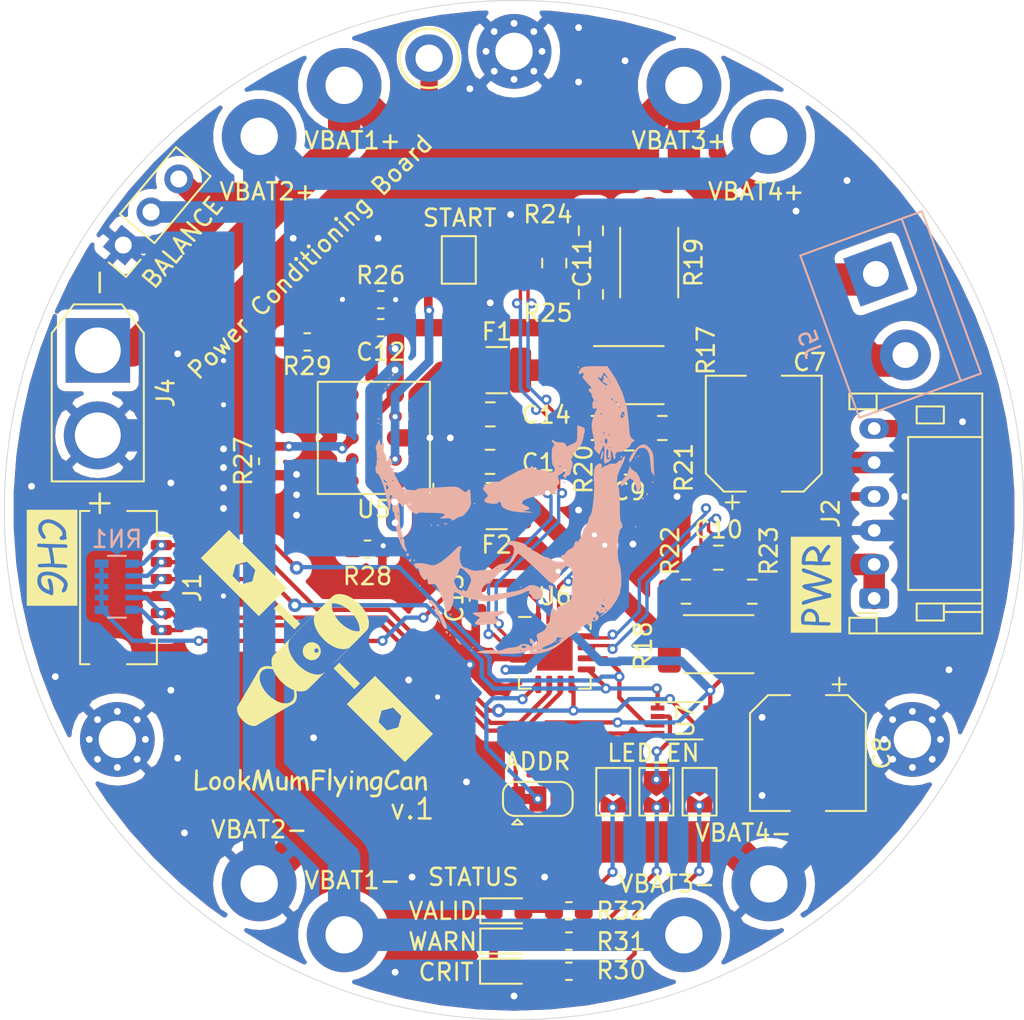
<source format=kicad_pcb>
(kicad_pcb (version 20171130) (host pcbnew "(5.1.6)-1")
  (layers (0 F.Cu signal) (31 B.Cu signal) (34 B.Paste user) (35 F.Paste user) (36 B.SilkS user) (37 F.SilkS user) (38 B.Mask user) (39 F.Mask user) (44 Edge.Cuts user))
  (net 0 "")
  (net 1 VBAT1-)
  (net 2 GND)
  (net 3 +5V)
  (net 4 +3V3)
  (net 5 IN1+)
  (net 6 IN1-)
  (net 7 IN2-)
  (net 8 IN2+)
  (net 9 IN3+)
  (net 10 IN3-)
  (net 11 "Net-(C12-Pad2)")
  (net 12 BAT)
  (net 13 "Net-(C14-Pad1)")
  (net 14 "Net-(C15-Pad1)")
  (net 15 "Net-(D1-Pad2)")
  (net 16 "Net-(D2-Pad2)")
  (net 17 "Net-(D3-Pad2)")
  (net 18 LTM_5V)
  (net 19 LTM_3V3)
  (net 20 +BATT)
  (net 21 PWR_VALID)
  (net 22 PWR_WARN)
  (net 23 PWR_CRITICAL)
  (net 24 SCL)
  (net 25 SDA)
  (net 26 "Net-(J5-Pad2)")
  (net 27 A0)
  (net 28 "Net-(JP3-Pad2)")
  (net 29 "Net-(JP4-Pad2)")
  (net 30 "Net-(JP5-Pad2)")
  (net 31 "Net-(R27-Pad2)")
  (net 32 "Net-(R28-Pad1)")
  (net 33 "Net-(R29-Pad1)")
  (net 34 "Net-(U5-PadE5)")
  (net 35 "Net-(U5-PadA5)")
  (net 36 "Net-(U5-PadD4)")
  (net 37 "Net-(U5-PadB4)")
  (net 38 "Net-(U5-PadE3)")
  (net 39 "Net-(U5-PadC3)")
  (net 40 "Net-(U5-PadA3)")
  (net 41 "Net-(U6-Pad13)")
  (net 42 "Net-(JP3-Pad1)")
  (net 43 "Net-(JP4-Pad1)")
  (net 44 "Net-(JP5-Pad1)")
  (module lib:cansat_bw (layer F.Cu) (at 98.4 98)
    (fp_text reference G*** hide)
    (fp_text value LOGO hide)
  )
  (module lib:lookmumflyingcan_cs (layer F.Cu) (at 98 106)
    (fp_text reference G*** hide)
    (fp_text value LOGO hide)
  )
  (module lib:chg (layer F.Cu) (at 82.8 92.8 270)
    (fp_text reference G*** hide)
    (fp_text value LOGO hide)
  )
  (module lib:pwr (layer F.Cu) (at 127.8 94.4 90)
    (fp_text reference G*** hide)
    (fp_text value LOGO hide)
  )
  (module lib:papiesz (layer B.Cu) (at 110 90 180)
    (fp_text reference G*** hide)
    (fp_text value LOGO hide)
  )
  (module Capacitor_SMD:CP_Elec_6.3x5.8 (layer F.Cu) (at 124.7 85.5 90)
    (fp_text reference C7 (at 4.2 2.7 180) (layer F.SilkS))
    (fp_text value 150u)
    (pad 2 smd roundrect (at 2.7 0 90) (size 3.5 1.6) (layers F.Cu F.Paste F.Mask) (roundrect_rratio 0.15625) (net 2 GND))
    (pad 1 smd roundrect (at -2.7 0 90) (size 3.5 1.6) (layers F.Cu F.Paste F.Mask) (roundrect_rratio 0.15625) (net 3 +5V))
  )
  (module Capacitor_SMD:CP_Elec_6.3x5.8 (layer F.Cu) (at 127.3 104.3 270)
    (fp_text reference C8 (at 0 -4.35 90) (layer F.SilkS))
    (fp_text value 150u)
    (pad 1 smd roundrect (at -2.7 0 270) (size 3.5 1.6) (layers F.Cu F.Paste F.Mask) (roundrect_rratio 0.15625) (net 4 +3V3))
    (pad 2 smd roundrect (at 2.7 0 270) (size 3.5 1.6) (layers F.Cu F.Paste F.Mask) (roundrect_rratio 0.15625) (net 2 GND))
  )
  (module Connector_AMASS:AMASS_XT30U-F_1x02_P5.0mm_Vertical (layer F.Cu) (at 85.5 80.6 270)
    (fp_text reference J4 (at 2.5 -4 90) (layer F.SilkS))
    (fp_text value CHARGE)
    (fp_text user - (at -4 0 90) (layer F.SilkS) (effects (font (size 1.5 1.5))))
    (fp_text user + (at 9 0 90) (layer F.SilkS) (effects (font (size 1.5 1.5))))
    (pad 2 thru_hole circle (at 5 0 270) (size 4 4) (drill 2.7) (layers *.Cu *.Mask) (net 2 GND))
    (pad 1 thru_hole rect (at 0 0 270) (size 3.8 3.8) (drill 2.7) (layers *.Cu *.Mask) (net 20 +BATT))
  )
  (module Capacitor_SMD:C_0805_2012Metric_Pad1.15x1.40mm_HandSolder (layer F.Cu) (at 122.025 92.8)
    (fp_text reference C10 (at 0 -1.65) (layer F.SilkS))
    (fp_text value 500p)
    (pad 2 smd roundrect (at 1.025 0) (size 1.15 1.4) (layers F.Cu F.Paste F.Mask) (roundrect_rratio 0.217391) (net 6 IN1-))
    (pad 1 smd roundrect (at -1.025 0) (size 1.15 1.4) (layers F.Cu F.Paste F.Mask) (roundrect_rratio 0.217391) (net 5 IN1+))
  )
  (module Capacitor_SMD:C_0805_2012Metric_Pad1.15x1.40mm_HandSolder (layer F.Cu) (at 108.6045 84.3655 180)
    (fp_text reference C14 (at -3.2955 -0.0345) (layer F.SilkS))
    (fp_text value 10u)
    (pad 1 smd roundrect (at -1.025 0 180) (size 1.15 1.4) (layers F.Cu F.Paste F.Mask) (roundrect_rratio 0.217391) (net 13 "Net-(C14-Pad1)"))
    (pad 2 smd roundrect (at 1.025 0 180) (size 1.15 1.4) (layers F.Cu F.Paste F.Mask) (roundrect_rratio 0.217391) (net 2 GND))
  )
  (module Capacitor_SMD:C_0805_2012Metric_Pad1.15x1.40mm_HandSolder (layer F.Cu) (at 116.775 87.2)
    (fp_text reference C9 (at 0 1.7) (layer F.SilkS))
    (fp_text value 500p)
    (pad 1 smd roundrect (at -1.025 0) (size 1.15 1.4) (layers F.Cu F.Paste F.Mask) (roundrect_rratio 0.217391) (net 8 IN2+))
    (pad 2 smd roundrect (at 1.025 0) (size 1.15 1.4) (layers F.Cu F.Paste F.Mask) (roundrect_rratio 0.217391) (net 7 IN2-))
  )
  (module Resistor_SMD:R_0805_2012Metric_Pad1.15x1.40mm_HandSolder (layer F.Cu) (at 118.725 85.1675)
    (fp_text reference R21 (at 1.275 2.3325 90) (layer F.SilkS))
    (fp_text value 5)
    (pad 1 smd roundrect (at -1.025 0) (size 1.15 1.4) (layers F.Cu F.Paste F.Mask) (roundrect_rratio 0.217391) (net 7 IN2-))
    (pad 2 smd roundrect (at 1.025 0) (size 1.15 1.4) (layers F.Cu F.Paste F.Mask) (roundrect_rratio 0.217391) (net 3 +5V))
  )
  (module Resistor_SMD:R_2512_6332Metric (layer F.Cu) (at 116.755 82.056)
    (fp_text reference R17 (at 4.545 -1.456 90) (layer F.SilkS))
    (fp_text value 0.05)
    (pad 1 smd roundrect (at -2.9 0) (size 1.35 3.35) (layers F.Cu F.Paste F.Mask) (roundrect_rratio 0.185185) (net 18 LTM_5V))
    (pad 2 smd roundrect (at 2.9 0) (size 1.35 3.35) (layers F.Cu F.Paste F.Mask) (roundrect_rratio 0.185185) (net 3 +5V))
  )
  (module Resistor_SMD:R_0805_2012Metric_Pad1.15x1.40mm_HandSolder (layer F.Cu) (at 114.825 85.1675 180)
    (fp_text reference R20 (at 0.725 -2.4325 90) (layer F.SilkS))
    (fp_text value 5)
    (pad 2 smd roundrect (at 1.025 0 180) (size 1.15 1.4) (layers F.Cu F.Paste F.Mask) (roundrect_rratio 0.217391) (net 18 LTM_5V))
    (pad 1 smd roundrect (at -1.025 0 180) (size 1.15 1.4) (layers F.Cu F.Paste F.Mask) (roundrect_rratio 0.217391) (net 8 IN2+))
  )
  (module Resistor_SMD:R_0805_2012Metric_Pad1.15x1.40mm_HandSolder (layer F.Cu) (at 124.025 94.8)
    (fp_text reference R23 (at 0.975 -2.4 90) (layer F.SilkS))
    (fp_text value 5)
    (pad 1 smd roundrect (at -1.025 0) (size 1.15 1.4) (layers F.Cu F.Paste F.Mask) (roundrect_rratio 0.217391) (net 6 IN1-))
    (pad 2 smd roundrect (at 1.025 0) (size 1.15 1.4) (layers F.Cu F.Paste F.Mask) (roundrect_rratio 0.217391) (net 4 +3V3))
  )
  (module Resistor_SMD:R_0805_2012Metric_Pad1.15x1.40mm_HandSolder (layer F.Cu) (at 120.125 94.8 180)
    (fp_text reference R22 (at 0.925 2.4 90) (layer F.SilkS))
    (fp_text value 5)
    (pad 1 smd roundrect (at -1.025 0 180) (size 1.15 1.4) (layers F.Cu F.Paste F.Mask) (roundrect_rratio 0.217391) (net 5 IN1+))
    (pad 2 smd roundrect (at 1.025 0 180) (size 1.15 1.4) (layers F.Cu F.Paste F.Mask) (roundrect_rratio 0.217391) (net 19 LTM_3V3))
  )
  (module LED_SMD:LED_0603_1608Metric_Pad1.05x0.95mm_HandSolder (layer F.Cu) (at 109.673 113.589)
    (fp_text reference VALID (at -3.873 0.011) (layer F.SilkS))
    (fp_text value DIGITAL_PV)
    (pad 1 smd roundrect (at -0.875 0) (size 1.05 0.95) (layers F.Cu F.Paste F.Mask) (net 2 GND))
    (pad 2 smd roundrect (at 0.875 0) (size 1.05 0.95) (layers F.Cu F.Paste F.Mask) (net 17 "Net-(D3-Pad2)"))
  )
  (module Fuse:Fuse_1210_3225Metric (layer F.Cu) (at 108.9795 89.763 180)
    (fp_text reference F2 (at 0 -2.28) (layer F.SilkS))
    (fp_text value 1210L150/16WR)
    (pad 1 smd roundrect (at -1.4 0 180) (size 1.25 2.65) (layers F.Cu F.Paste F.Mask) (roundrect_rratio 0.2) (net 19 LTM_3V3))
    (pad 2 smd roundrect (at 1.4 0 180) (size 1.25 2.65) (layers F.Cu F.Paste F.Mask) (roundrect_rratio 0.2) (net 14 "Net-(C15-Pad1)"))
  )
  (module LED_SMD:LED_0603_1608Metric_Pad1.05x0.95mm_HandSolder (layer F.Cu) (at 109.673 115.367)
    (fp_text reference WARN (at -3.873 0.033) (layer F.SilkS))
    (fp_text value DIGITAL_WARNING)
    (pad 1 smd roundrect (at -0.875 0) (size 1.05 0.95) (layers F.Cu F.Paste F.Mask) (net 2 GND))
    (pad 2 smd roundrect (at 0.875 0) (size 1.05 0.95) (layers F.Cu F.Paste F.Mask) (net 16 "Net-(D2-Pad2)"))
  )
  (module Capacitor_SMD:C_0805_2012Metric_Pad1.15x1.40mm_HandSolder (layer F.Cu) (at 108.5865 87.1595 180)
    (fp_text reference C15 (at -3.3135 -0.0405 180) (layer F.SilkS))
    (fp_text value 10u)
    (pad 2 smd roundrect (at 1.025 0 180) (size 1.15 1.4) (layers F.Cu F.Paste F.Mask) (roundrect_rratio 0.217391) (net 2 GND))
    (pad 1 smd roundrect (at -1.025 0 180) (size 1.15 1.4) (layers F.Cu F.Paste F.Mask) (roundrect_rratio 0.217391) (net 14 "Net-(C15-Pad1)"))
  )
  (module LED_SMD:LED_0603_1608Metric_Pad1.05x0.95mm_HandSolder (layer F.Cu) (at 109.659 117.145)
    (fp_text reference CRIT (at -3.659 0.055) (layer F.SilkS))
    (fp_text value DIGITAL_CRITICAL)
    (pad 2 smd roundrect (at 0.875 0) (size 1.05 0.95) (layers F.Cu F.Paste F.Mask) (net 15 "Net-(D1-Pad2)"))
    (pad 1 smd roundrect (at -0.875 0) (size 1.05 0.95) (layers F.Cu F.Paste F.Mask) (net 2 GND))
  )
  (module Fuse:Fuse_1210_3225Metric (layer F.Cu) (at 108.9795 81.762 180)
    (fp_text reference F1 (at -0.0205 2.262) (layer F.SilkS))
    (fp_text value 1210L150/16WR)
    (pad 2 smd roundrect (at 1.4 0 180) (size 1.25 2.65) (layers F.Cu F.Paste F.Mask) (roundrect_rratio 0.2) (net 13 "Net-(C14-Pad1)"))
    (pad 1 smd roundrect (at -1.4 0 180) (size 1.25 2.65) (layers F.Cu F.Paste F.Mask) (roundrect_rratio 0.2) (net 18 LTM_5V))
  )
  (module Jumper:SolderJumper-2_P1.3mm_Open_TrianglePad1.0x1.5mm (layer F.Cu) (at 115.84 106.578 270)
    (fp_text reference JP5 hide)
    (fp_text value SolderJumper_2_Open)
    (pad 2 smd custom (at 0.725 0 270) (size 0.3 0.3) (layers F.Cu F.Mask) (net 30 "Net-(JP5-Pad2)") (options (clearance outline) (anchor rect)) (primitives (gr_poly (pts (xy -0.65 -0.75) (xy 0.5 -0.75) (xy 0.5 0.75) (xy -0.65 0.75) (xy -0.15 0)) (width 0))))
    (pad 1 smd custom (at -0.725 0 270) (size 0.3 0.3) (layers F.Cu F.Mask) (net 44 "Net-(JP5-Pad1)") (options (clearance outline) (anchor rect)) (primitives (gr_poly (pts (xy -0.5 -0.75) (xy 0.5 -0.75) (xy 1 0) (xy 0.5 0.75) (xy -0.5 0.75)) (width 0))))
  )
  (module Capacitor_SMD:C_0603_1608Metric_Pad1.05x0.95mm_HandSolder (layer F.Cu) (at 102.153 79.2645 180)
    (fp_text reference C12 (at 0 -1.43) (layer F.SilkS))
    (fp_text value 10u)
    (pad 1 smd roundrect (at -0.875 0 180) (size 1.05 0.95) (layers F.Cu F.Paste F.Mask) (net 12 BAT))
    (pad 2 smd roundrect (at 0.875 0 180) (size 1.05 0.95) (layers F.Cu F.Paste F.Mask) (net 11 "Net-(C12-Pad2)"))
  )
  (module Resistor_SMD:R_2512_6332Metric (layer F.Cu) (at 117.955 75.4275 270)
    (fp_text reference R19 (at 0 -2.62 90) (layer F.SilkS))
    (fp_text value 0.08)
    (pad 1 smd roundrect (at -2.9 0 270) (size 1.35 3.35) (layers F.Cu F.Paste F.Mask) (roundrect_rratio 0.185185) (net 26 "Net-(J5-Pad2)"))
    (pad 2 smd roundrect (at 2.9 0 270) (size 1.35 3.35) (layers F.Cu F.Paste F.Mask) (roundrect_rratio 0.185185) (net 12 BAT))
  )
  (module Resistor_SMD:R_0603_1608Metric_Pad1.05x0.95mm_HandSolder (layer F.Cu) (at 97.825 80.1 180)
    (fp_text reference R29 (at 0 -1.43) (layer F.SilkS))
    (fp_text value 8k25)
    (pad 2 smd roundrect (at 0.875 0 180) (size 1.05 0.95) (layers F.Cu F.Paste F.Mask) (net 2 GND))
    (pad 1 smd roundrect (at -0.875 0 180) (size 1.05 0.95) (layers F.Cu F.Paste F.Mask) (net 33 "Net-(R29-Pad1)"))
  )
  (module Resistor_SMD:R_0603_1608Metric_Pad1.05x0.95mm_HandSolder (layer F.Cu) (at 95.5 87.125 90)
    (fp_text reference R27 (at 0 -1.43 90) (layer F.SilkS))
    (fp_text value 215k)
    (pad 1 smd roundrect (at -0.875 0 90) (size 1.05 0.95) (layers F.Cu F.Paste F.Mask) (net 2 GND))
    (pad 2 smd roundrect (at 0.875 0 90) (size 1.05 0.95) (layers F.Cu F.Paste F.Mask) (net 31 "Net-(R27-Pad2)"))
  )
  (module Package_BGA:BGA-25_6.35x6.35mm_Layout5x5_P1.27mm (layer F.Cu) (at 101.75 85.75 180)
    (fp_text reference U5 (at 0 -4.2) (layer F.SilkS))
    (fp_text value LTM4622EYPBF)
    (pad A1 smd circle (at -2.54 -2.54 180) (size 0.75 0.75) (layers F.Cu F.Paste F.Mask) (net 14 "Net-(C15-Pad1)"))
    (pad B1 smd circle (at -2.54 -1.27 180) (size 0.75 0.75) (layers F.Cu F.Paste F.Mask) (net 14 "Net-(C15-Pad1)"))
    (pad C1 smd circle (at -2.54 0 180) (size 0.75 0.75) (layers F.Cu F.Paste F.Mask) (net 2 GND))
    (pad D1 smd circle (at -2.54 1.27 180) (size 0.75 0.75) (layers F.Cu F.Paste F.Mask) (net 13 "Net-(C14-Pad1)"))
    (pad E1 smd circle (at -2.54 2.54 180) (size 0.75 0.75) (layers F.Cu F.Paste F.Mask) (net 13 "Net-(C14-Pad1)"))
    (pad A2 smd circle (at -1.27 -2.54 180) (size 0.75 0.75) (layers F.Cu F.Paste F.Mask) (net 12 BAT))
    (pad B2 smd circle (at -1.27 -1.27 180) (size 0.75 0.75) (layers F.Cu F.Paste F.Mask) (net 11 "Net-(C12-Pad2)"))
    (pad C2 smd circle (at -1.27 0 180) (size 0.75 0.75) (layers F.Cu F.Paste F.Mask) (net 2 GND))
    (pad D2 smd circle (at -1.27 1.27 180) (size 0.75 0.75) (layers F.Cu F.Paste F.Mask) (net 11 "Net-(C12-Pad2)"))
    (pad E2 smd circle (at -1.27 2.54 180) (size 0.75 0.75) (layers F.Cu F.Paste F.Mask) (net 12 BAT))
    (pad A3 smd circle (at 0 -2.54 180) (size 0.75 0.75) (layers F.Cu F.Paste F.Mask) (net 40 "Net-(U5-PadA3)"))
    (pad B3 smd circle (at 0 -1.27 180) (size 0.75 0.75) (layers F.Cu F.Paste F.Mask) (net 12 BAT))
    (pad C3 smd circle (at 0 0 180) (size 0.75 0.75) (layers F.Cu F.Paste F.Mask) (net 39 "Net-(U5-PadC3)"))
    (pad D3 smd circle (at 0 1.27 180) (size 0.75 0.75) (layers F.Cu F.Paste F.Mask) (net 12 BAT))
    (pad E3 smd circle (at 0 2.54 180) (size 0.75 0.75) (layers F.Cu F.Paste F.Mask) (net 38 "Net-(U5-PadE3)"))
    (pad A4 smd circle (at 1.27 -2.54 180) (size 0.75 0.75) (layers F.Cu F.Paste F.Mask) (net 32 "Net-(R28-Pad1)"))
    (pad B4 smd circle (at 1.27 -1.27 180) (size 0.75 0.75) (layers F.Cu F.Paste F.Mask) (net 37 "Net-(U5-PadB4)"))
    (pad C4 smd circle (at 1.27 0 180) (size 0.75 0.75) (layers F.Cu F.Paste F.Mask) (net 31 "Net-(R27-Pad2)"))
    (pad D4 smd circle (at 1.27 1.27 180) (size 0.75 0.75) (layers F.Cu F.Paste F.Mask) (net 36 "Net-(U5-PadD4)"))
    (pad E4 smd circle (at 1.27 2.54 180) (size 0.75 0.75) (layers F.Cu F.Paste F.Mask) (net 33 "Net-(R29-Pad1)"))
    (pad A5 smd circle (at 2.54 -2.54 180) (size 0.75 0.75) (layers F.Cu F.Paste F.Mask) (net 35 "Net-(U5-PadA5)"))
    (pad B5 smd circle (at 2.54 -1.27 180) (size 0.75 0.75) (layers F.Cu F.Paste F.Mask) (net 2 GND))
    (pad C5 smd circle (at 2.54 0 180) (size 0.75 0.75) (layers F.Cu F.Paste F.Mask) (net 2 GND))
    (pad D5 smd circle (at 2.54 1.27 180) (size 0.75 0.75) (layers F.Cu F.Paste F.Mask) (net 2 GND))
    (pad E5 smd circle (at 2.54 2.54 180) (size 0.75 0.75) (layers F.Cu F.Paste F.Mask) (net 34 "Net-(U5-PadE5)"))
  )
  (module Resistor_SMD:R_0603_1608Metric_Pad1.05x0.95mm_HandSolder (layer F.Cu) (at 101.375 92.3)
    (fp_text reference R28 (at 0 1.6) (layer F.SilkS))
    (fp_text value 13k3)
    (pad 1 smd roundrect (at -0.875 0) (size 1.05 0.95) (layers F.Cu F.Paste F.Mask) (net 32 "Net-(R28-Pad1)"))
    (pad 2 smd roundrect (at 0.875 0) (size 1.05 0.95) (layers F.Cu F.Paste F.Mask) (net 2 GND))
  )
  (module Resistor_SMD:R_0603_1608Metric_Pad1.05x0.95mm_HandSolder (layer F.Cu) (at 102.153 77.6135)
    (fp_text reference R26 (at 0 -1.43) (layer F.SilkS))
    (fp_text value 47k)
    (pad 2 smd roundrect (at 0.875 0) (size 1.05 0.95) (layers F.Cu F.Paste F.Mask) (net 2 GND))
    (pad 1 smd roundrect (at -0.875 0) (size 1.05 0.95) (layers F.Cu F.Paste F.Mask) (net 11 "Net-(C12-Pad2)"))
  )
  (module Jumper:SolderJumper-2_P1.3mm_Open_TrianglePad1.0x1.5mm (layer F.Cu) (at 106.75 75.275 90)
    (fp_text reference START (at 2.475 0.05 180) (layer F.SilkS))
    (fp_text value 0)
    (pad 2 smd custom (at 0.725 0 90) (size 0.3 0.3) (layers F.Cu F.Mask) (net 11 "Net-(C12-Pad2)") (options (clearance outline) (anchor rect)) (primitives (gr_poly (pts (xy -0.65 -0.75) (xy 0.5 -0.75) (xy 0.5 0.75) (xy -0.65 0.75) (xy -0.15 0)) (width 0))))
    (pad 1 smd custom (at -0.725 0 90) (size 0.3 0.3) (layers F.Cu F.Mask) (net 12 BAT) (options (clearance outline) (anchor rect)) (primitives (gr_poly (pts (xy -0.5 -0.75) (xy 0.5 -0.75) (xy 1 0) (xy 0.5 0.75) (xy -0.5 0.75)) (width 0))))
  )
  (module Resistor_SMD:R_2512_6332Metric (layer F.Cu) (at 122.042 97.894)
    (fp_text reference R18 (at -4.442 0.106 90) (layer F.SilkS))
    (fp_text value 0.08)
    (pad 2 smd roundrect (at 2.9 0) (size 1.35 3.35) (layers F.Cu F.Paste F.Mask) (roundrect_rratio 0.185185) (net 4 +3V3))
    (pad 1 smd roundrect (at -2.9 0) (size 1.35 3.35) (layers F.Cu F.Paste F.Mask) (roundrect_rratio 0.185185) (net 19 LTM_3V3))
  )
  (module Resistor_SMD:R_0603_1608Metric_Pad1.05x0.95mm_HandSolder (layer F.Cu) (at 113.229 117.145)
    (fp_text reference R30 (at 3.071 -0.045) (layer F.SilkS))
    (fp_text value 1k)
    (pad 1 smd roundrect (at -0.875 0) (size 1.05 0.95) (layers F.Cu F.Paste F.Mask) (net 15 "Net-(D1-Pad2)"))
    (pad 2 smd roundrect (at 0.875 0) (size 1.05 0.95) (layers F.Cu F.Paste F.Mask) (net 28 "Net-(JP3-Pad2)"))
  )
  (module Package_SO:VSSOP-8_2.3x2mm_P0.5mm (layer F.Cu) (at 120 102.4)
    (fp_text reference U7 (at 0.1 0 90) (layer F.SilkS))
    (fp_text value 74LVC3G04)
    (pad 1 smd rect (at -1.55 -0.75 270) (size 0.3 0.8) (layers F.Cu F.Paste F.Mask) (net 23 PWR_CRITICAL))
    (pad 2 smd rect (at -1.55 -0.25 270) (size 0.3 0.8) (layers F.Cu F.Paste F.Mask) (net 43 "Net-(JP4-Pad1)"))
    (pad 3 smd rect (at -1.55 0.25 270) (size 0.3 0.8) (layers F.Cu F.Paste F.Mask) (net 21 PWR_VALID))
    (pad 4 smd rect (at -1.55 0.75 270) (size 0.3 0.8) (layers F.Cu F.Paste F.Mask) (net 2 GND))
    (pad 5 smd rect (at 1.55 0.75 270) (size 0.3 0.8) (layers F.Cu F.Paste F.Mask) (net 44 "Net-(JP5-Pad1)"))
    (pad 6 smd rect (at 1.55 0.25 270) (size 0.3 0.8) (layers F.Cu F.Paste F.Mask) (net 22 PWR_WARN))
    (pad 7 smd rect (at 1.55 -0.25 270) (size 0.3 0.8) (layers F.Cu F.Paste F.Mask) (net 42 "Net-(JP3-Pad1)"))
    (pad 8 smd rect (at 1.55 -0.75 270) (size 0.3 0.8) (layers F.Cu F.Paste F.Mask) (net 4 +3V3))
  )
  (module Resistor_SMD:R_0603_1608Metric_Pad1.05x0.95mm_HandSolder (layer F.Cu) (at 113.229 113.589)
    (fp_text reference R32 (at 3.071 0.011) (layer F.SilkS))
    (fp_text value 470)
    (pad 2 smd roundrect (at 0.875 0) (size 1.05 0.95) (layers F.Cu F.Paste F.Mask) (net 30 "Net-(JP5-Pad2)"))
    (pad 1 smd roundrect (at -0.875 0) (size 1.05 0.95) (layers F.Cu F.Paste F.Mask) (net 17 "Net-(D3-Pad2)"))
  )
  (module Resistor_SMD:R_0603_1608Metric_Pad1.05x0.95mm_HandSolder (layer F.Cu) (at 113.229 115.367)
    (fp_text reference R31 (at 3.071 0.033) (layer F.SilkS))
    (fp_text value 1k)
    (pad 2 smd roundrect (at 0.875 0) (size 1.05 0.95) (layers F.Cu F.Paste F.Mask) (net 29 "Net-(JP4-Pad2)"))
    (pad 1 smd roundrect (at -0.875 0) (size 1.05 0.95) (layers F.Cu F.Paste F.Mask) (net 16 "Net-(D2-Pad2)"))
  )
  (module Jumper:SolderJumper-2_P1.3mm_Open_TrianglePad1.0x1.5mm (layer F.Cu) (at 118.38 106.578 270)
    (fp_text reference JP4 hide)
    (fp_text value SolderJumper_2_Open)
    (pad 1 smd custom (at -0.725 0 270) (size 0.3 0.3) (layers F.Cu F.Mask) (net 43 "Net-(JP4-Pad1)") (options (clearance outline) (anchor rect)) (primitives (gr_poly (pts (xy -0.5 -0.75) (xy 0.5 -0.75) (xy 1 0) (xy 0.5 0.75) (xy -0.5 0.75)) (width 0))))
    (pad 2 smd custom (at 0.725 0 270) (size 0.3 0.3) (layers F.Cu F.Mask) (net 29 "Net-(JP4-Pad2)") (options (clearance outline) (anchor rect)) (primitives (gr_poly (pts (xy -0.65 -0.75) (xy 0.5 -0.75) (xy 0.5 0.75) (xy -0.65 0.75) (xy -0.15 0)) (width 0))))
  )
  (module Capacitor_SMD:C_0805_2012Metric_Pad1.15x1.40mm_HandSolder (layer F.Cu) (at 112.367 75.461 270)
    (fp_text reference C11 (at 0 -1.65 90) (layer F.SilkS))
    (fp_text value 500p)
    (pad 1 smd roundrect (at -1.025 0 270) (size 1.15 1.4) (layers F.Cu F.Paste F.Mask) (roundrect_rratio 0.217391) (net 9 IN3+))
    (pad 2 smd roundrect (at 1.025 0 270) (size 1.15 1.4) (layers F.Cu F.Paste F.Mask) (roundrect_rratio 0.217391) (net 10 IN3-))
  )
  (module Capacitor_SMD:C_0603_1608Metric_Pad1.05x0.95mm_HandSolder (layer F.Cu) (at 107.9 95.175 270)
    (fp_text reference C13 (at 0 1.4 90) (layer F.SilkS))
    (fp_text value 100n)
    (pad 1 smd roundrect (at -0.875 0 270) (size 1.05 0.95) (layers F.Cu F.Paste F.Mask) (net 4 +3V3))
    (pad 2 smd roundrect (at 0.875 0 270) (size 1.05 0.95) (layers F.Cu F.Paste F.Mask) (net 2 GND))
  )
  (module MountingHole:MountingHole_2.2mm_M2_Pad (layer F.Cu) (at 100 65)
    (fp_text reference VBAT1+ (at 0.5 3.25) (layer F.SilkS))
    (fp_text value VBAT1+)
    (pad 1 thru_hole circle (at 0 0) (size 4.4 4.4) (drill 2.2) (layers *.Cu *.Mask) (net 20 +BATT))
  )
  (module MountingHole:MountingHole_2.2mm_M2_Pad (layer F.Cu) (at 95 68)
    (fp_text reference VBAT2+ (at 0.5 3.25) (layer F.SilkS))
    (fp_text value VBAT2+)
    (pad 1 thru_hole circle (at 0 0) (size 4.4 4.4) (drill 2.2) (layers *.Cu *.Mask) (net 1 VBAT1-))
  )
  (module MountingHole:MountingHole_2.2mm_M2_Pad (layer F.Cu) (at 120 65)
    (fp_text reference VBAT3+ (at -0.25 3.25) (layer F.SilkS))
    (fp_text value VBAT3+)
    (pad 1 thru_hole circle (at 0 0) (size 4.4 4.4) (drill 2.2) (layers *.Cu *.Mask) (net 20 +BATT))
  )
  (module MountingHole:MountingHole_2.2mm_M2_Pad (layer F.Cu) (at 125 68)
    (fp_text reference VBAT4+ (at -0.75 3.25) (layer F.SilkS))
    (fp_text value VBAT4+)
    (pad 1 thru_hole circle (at 0 0) (size 4.4 4.4) (drill 2.2) (layers *.Cu *.Mask) (net 1 VBAT1-))
  )
  (module MountingHole:MountingHole_2.2mm_M2_Pad (layer F.Cu) (at 100 115)
    (fp_text reference VBAT1- (at 0.5 -3.2) (layer F.SilkS))
    (fp_text value VBAT1-)
    (pad 1 thru_hole circle (at 0 0) (size 4.4 4.4) (drill 2.2) (layers *.Cu *.Mask) (net 1 VBAT1-))
  )
  (module MountingHole:MountingHole_2.2mm_M2_Pad (layer F.Cu) (at 95 112)
    (fp_text reference VBAT2- (at 0 -3.2) (layer F.SilkS))
    (fp_text value VBAT2-)
    (pad 1 thru_hole circle (at 0 0) (size 4.4 4.4) (drill 2.2) (layers *.Cu *.Mask) (net 2 GND))
  )
  (module MountingHole:MountingHole_2.2mm_M2_Pad (layer F.Cu) (at 120 115)
    (fp_text reference VBAT3- (at -1 -3) (layer F.SilkS))
    (fp_text value VBAT3-)
    (pad 1 thru_hole circle (at 0 0) (size 4.4 4.4) (drill 2.2) (layers *.Cu *.Mask) (net 1 VBAT1-))
  )
  (module MountingHole:MountingHole_2.2mm_M2_Pad (layer F.Cu) (at 125 112)
    (fp_text reference VBAT4- (at -1.5 -3) (layer F.SilkS))
    (fp_text value VBAT4-)
    (pad 1 thru_hole circle (at 0 0) (size 4.4 4.4) (drill 2.2) (layers *.Cu *.Mask) (net 2 GND))
  )
  (module Connector_JST:JST_SHL_SM06B-SHLS-TF_1x06-1MP_P1.00mm_Horizontal (layer F.Cu) (at 87.567 94.5615 270)
    (fp_text reference J1 (at 0 -3.5 90) (layer F.SilkS))
    (fp_text value PSU_CTRL)
    (pad MP smd roundrect (at 3.95 1.45 270) (size 0.9 1.7) (layers F.Cu F.Paste F.Mask))
    (pad MP smd roundrect (at -3.95 1.45 270) (size 0.9 1.7) (layers F.Cu F.Paste F.Mask))
    (pad 6 smd roundrect (at 2.5 -1.675 270) (size 0.6 1.25) (layers F.Cu F.Paste F.Mask) (net 25 SDA))
    (pad 5 smd roundrect (at 1.5 -1.675 270) (size 0.6 1.25) (layers F.Cu F.Paste F.Mask) (net 24 SCL))
    (pad 4 smd roundrect (at 0.5 -1.675 270) (size 0.6 1.25) (layers F.Cu F.Paste F.Mask) (net 2 GND))
    (pad 3 smd roundrect (at -0.5 -1.675 270) (size 0.6 1.25) (layers F.Cu F.Paste F.Mask) (net 23 PWR_CRITICAL))
    (pad 2 smd roundrect (at -1.5 -1.675 270) (size 0.6 1.25) (layers F.Cu F.Paste F.Mask) (net 22 PWR_WARN))
    (pad 1 smd roundrect (at -2.5 -1.675 270) (size 0.6 1.25) (layers F.Cu F.Paste F.Mask) (net 21 PWR_VALID))
  )
  (module Connector_JST:JST_PH_S6B-PH-K_1x06_P2.00mm_Horizontal (layer F.Cu) (at 131.2 95.2 90)
    (fp_text reference J2 (at 5 -2.55 90) (layer F.SilkS))
    (fp_text value PWR)
    (pad 1 thru_hole roundrect (at 0 0 90) (size 1.2 1.75) (drill 0.75) (layers *.Cu *.Mask) (roundrect_rratio 0.208333) (net 3 +5V))
    (pad 2 thru_hole oval (at 2 0 90) (size 1.2 1.75) (drill 0.75) (layers *.Cu *.Mask) (net 3 +5V))
    (pad 3 thru_hole oval (at 4 0 90) (size 1.2 1.75) (drill 0.75) (layers *.Cu *.Mask) (net 2 GND))
    (pad 4 thru_hole oval (at 6 0 90) (size 1.2 1.75) (drill 0.75) (layers *.Cu *.Mask) (net 12 BAT))
    (pad 5 thru_hole oval (at 8 0 90) (size 1.2 1.75) (drill 0.75) (layers *.Cu *.Mask) (net 2 GND))
    (pad 6 thru_hole oval (at 10 0 90) (size 1.2 1.75) (drill 0.75) (layers *.Cu *.Mask) (net 4 +3V3))
  )
  (module TerminalBlock:TerminalBlock_bornier-2_P5.08mm (layer B.Cu) (at 131.3 76.1 290)
    (fp_text reference J5 (at 2.54 5.08 290) (layer B.SilkS) (effects (justify mirror)))
    (fp_text value PWR)
    (pad 1 thru_hole rect (at 0 0 290) (size 3 3) (drill 1.52) (layers *.Cu *.Mask) (net 20 +BATT))
    (pad 2 thru_hole circle (at 5.08 0 290) (size 3 3) (drill 1.52) (layers *.Cu *.Mask) (net 26 "Net-(J5-Pad2)"))
  )
  (module Jumper:SolderJumper-3_P1.3mm_Bridged12_RoundedPad1.0x1.5mm (layer F.Cu) (at 111.4 107)
    (fp_text reference ADDR (at 0 -2.2) (layer F.SilkS))
    (fp_text value A0)
    (fp_poly (pts (xy -0.9 -0.3) (xy -0.4 -0.3) (xy -0.4 0.3) (xy -0.9 0.3)) (layer F.Cu) (width 0))
    (pad 3 smd custom (at 1.3 0) (size 1 0.5) (layers F.Cu F.Mask) (net 2 GND) (options (clearance outline) (anchor rect)) (primitives (gr_circle (center 0 0.25) (end 0.5 0.25) (width 0)) (gr_circle (center 0 -0.25) (end 0.5 -0.25) (width 0)) (gr_poly (pts (xy -0.55 -0.75) (xy 0 -0.75) (xy 0 0.75) (xy -0.55 0.75)) (width 0))))
    (pad 2 smd rect (at 0 0) (size 1 1.5) (layers F.Cu F.Mask) (net 27 A0))
    (pad 1 smd custom (at -1.3 0) (size 1 0.5) (layers F.Cu F.Mask) (net 4 +3V3) (options (clearance outline) (anchor rect)) (primitives (gr_circle (center 0 0.25) (end 0.5 0.25) (width 0)) (gr_circle (center 0 -0.25) (end 0.5 -0.25) (width 0)) (gr_poly (pts (xy 0.55 -0.75) (xy 0 -0.75) (xy 0 0.75) (xy 0.55 0.75)) (width 0))))
  )
  (module Jumper:SolderJumper-2_P1.3mm_Open_TrianglePad1.0x1.5mm (layer F.Cu) (at 120.92 106.578 270)
    (fp_text reference JP3 hide)
    (fp_text value SolderJumper_2_Open)
    (pad 2 smd custom (at 0.725 0 270) (size 0.3 0.3) (layers F.Cu F.Mask) (net 28 "Net-(JP3-Pad2)") (options (clearance outline) (anchor rect)) (primitives (gr_poly (pts (xy -0.65 -0.75) (xy 0.5 -0.75) (xy 0.5 0.75) (xy -0.65 0.75) (xy -0.15 0)) (width 0))))
    (pad 1 smd custom (at -0.725 0 270) (size 0.3 0.3) (layers F.Cu F.Mask) (net 42 "Net-(JP3-Pad1)") (options (clearance outline) (anchor rect)) (primitives (gr_poly (pts (xy -0.5 -0.75) (xy 0.5 -0.75) (xy 1 0) (xy 0.5 0.75) (xy -0.5 0.75)) (width 0))))
  )
  (module Resistor_SMD:R_0805_2012Metric_Pad1.15x1.40mm_HandSolder (layer F.Cu) (at 114.526 73.556 90)
    (fp_text reference R24 (at 0.956 -2.526 180) (layer F.SilkS))
    (fp_text value 5)
    (pad 1 smd roundrect (at -1.025 0 90) (size 1.15 1.4) (layers F.Cu F.Paste F.Mask) (roundrect_rratio 0.217391) (net 9 IN3+))
    (pad 2 smd roundrect (at 1.025 0 90) (size 1.15 1.4) (layers F.Cu F.Paste F.Mask) (roundrect_rratio 0.217391) (net 26 "Net-(J5-Pad2)"))
  )
  (module Resistor_SMD:R_0805_2012Metric_Pad1.15x1.40mm_HandSolder (layer F.Cu) (at 114.526 77.3025 270)
    (fp_text reference R25 (at 1.0975 2.526 180) (layer F.SilkS))
    (fp_text value 5)
    (pad 2 smd roundrect (at 1.025 0 270) (size 1.15 1.4) (layers F.Cu F.Paste F.Mask) (roundrect_rratio 0.217391) (net 12 BAT))
    (pad 1 smd roundrect (at -1.025 0 270) (size 1.15 1.4) (layers F.Cu F.Paste F.Mask) (roundrect_rratio 0.217391) (net 10 IN3-))
  )
  (module Resistor_SMD:R_Array_Convex_5x0603 (layer B.Cu) (at 86.625 94.511 180)
    (fp_text reference RN1 (at 0 2.8) (layer B.SilkS) (effects (justify mirror)))
    (fp_text value R_Pack05)
    (pad 8 smd rect (at 0.9 0 180) (size 0.8 0.32) (layers B.Cu B.Paste B.Mask) (net 4 +3V3))
    (pad 6 smd rect (at 0.9 -1.36 180) (size 0.8 0.48) (layers B.Cu B.Paste B.Mask) (net 4 +3V3))
    (pad 9 smd rect (at 0.9 0.64 180) (size 0.8 0.32) (layers B.Cu B.Paste B.Mask) (net 4 +3V3))
    (pad 10 smd rect (at 0.9 1.36 180) (size 0.8 0.48) (layers B.Cu B.Paste B.Mask) (net 4 +3V3))
    (pad 7 smd rect (at 0.9 -0.64 180) (size 0.8 0.32) (layers B.Cu B.Paste B.Mask) (net 4 +3V3))
    (pad 3 smd rect (at -0.9 0 180) (size 0.8 0.32) (layers B.Cu B.Paste B.Mask) (net 23 PWR_CRITICAL))
    (pad 4 smd rect (at -0.9 -0.64 180) (size 0.8 0.32) (layers B.Cu B.Paste B.Mask) (net 24 SCL))
    (pad 5 smd rect (at -0.9 -1.36 180) (size 0.8 0.48) (layers B.Cu B.Paste B.Mask) (net 25 SDA))
    (pad 2 smd rect (at -0.9 0.64 180) (size 0.8 0.32) (layers B.Cu B.Paste B.Mask) (net 22 PWR_WARN))
    (pad 1 smd rect (at -0.9 1.36 180) (size 0.8 0.48) (layers B.Cu B.Paste B.Mask) (net 21 PWR_VALID))
  )
  (module Package_DFN_QFN:Texas_RGV_S-PVQFN-N16_EP2.1x2.1mm (layer F.Cu) (at 112.4 98.4)
    (fp_text reference U6 (at 0 -3.32) (layer F.SilkS))
    (fp_text value INA3221)
    (pad 1 smd roundrect (at -1.8625 -0.975) (size 1.025 0.35) (layers F.Cu F.Paste F.Mask) (net 10 IN3-))
    (pad 2 smd roundrect (at -1.8625 -0.325) (size 1.025 0.35) (layers F.Cu F.Paste F.Mask) (net 9 IN3+))
    (pad 3 smd roundrect (at -1.8625 0.325) (size 1.025 0.35) (layers F.Cu F.Paste F.Mask) (net 2 GND))
    (pad 4 smd roundrect (at -1.8625 0.975) (size 1.025 0.35) (layers F.Cu F.Paste F.Mask) (net 4 +3V3))
    (pad 5 smd roundrect (at -0.975 1.8625) (size 0.35 1.025) (layers F.Cu F.Paste F.Mask) (net 27 A0))
    (pad 6 smd roundrect (at -0.325 1.8625) (size 0.35 1.025) (layers F.Cu F.Paste F.Mask) (net 24 SCL))
    (pad 7 smd roundrect (at 0.325 1.8625) (size 0.35 1.025) (layers F.Cu F.Paste F.Mask) (net 25 SDA))
    (pad 8 smd roundrect (at 0.975 1.8625) (size 0.35 1.025) (layers F.Cu F.Paste F.Mask) (net 22 PWR_WARN))
    (pad 9 smd roundrect (at 1.8625 0.975) (size 1.025 0.35) (layers F.Cu F.Paste F.Mask) (net 23 PWR_CRITICAL))
    (pad 10 smd roundrect (at 1.8625 0.325) (size 1.025 0.35) (layers F.Cu F.Paste F.Mask) (net 21 PWR_VALID))
    (pad 11 smd roundrect (at 1.8625 -0.325) (size 1.025 0.35) (layers F.Cu F.Paste F.Mask) (net 6 IN1-))
    (pad 12 smd roundrect (at 1.8625 -0.975) (size 1.025 0.35) (layers F.Cu F.Paste F.Mask) (net 5 IN1+))
    (pad 13 smd roundrect (at 0.975 -1.8625) (size 0.35 1.025) (layers F.Cu F.Paste F.Mask) (net 41 "Net-(U6-Pad13)"))
    (pad 14 smd roundrect (at 0.325 -1.8625) (size 0.35 1.025) (layers F.Cu F.Paste F.Mask) (net 7 IN2-))
    (pad 15 smd roundrect (at -0.325 -1.8625) (size 0.35 1.025) (layers F.Cu F.Paste F.Mask) (net 8 IN2+))
    (pad 16 smd roundrect (at -0.975 -1.8625) (size 0.35 1.025) (layers F.Cu F.Paste F.Mask) (net 4 +3V3))
    (pad 17 smd rect (at 0 0) (size 2.1 2.1) (layers F.Cu F.Mask) (net 2 GND))
  )
  (module TestPoint:TestPoint_Keystone_5010-5014_Multipurpose (layer F.Cu) (at 105 63.4)
    (fp_text reference TP1 hide)
    (fp_text value +BATT)
    (pad 1 thru_hole circle (at 0 0) (size 2.8 2.8) (drill 1.6) (layers *.Cu *.Mask) (net 20 +BATT))
  )
  (module Connector_PinHeader_2.54mm:PinHeader_1x03_P2.54mm_Vertical (layer F.Cu) (at 87 74.4 140)
    (fp_text reference BALANCE (at -2.584737 2.364663 230) (layer F.SilkS))
    (fp_text value BALANCE)
    (pad 1 thru_hole rect (at 0 0 140) (size 1.7 1.7) (drill 1) (layers *.Cu *.Mask) (net 2 GND))
    (pad 2 thru_hole oval (at 0 2.54 140) (size 1.7 1.7) (drill 1) (layers *.Cu *.Mask) (net 1 VBAT1-))
    (pad 3 thru_hole oval (at 0 5.08 140) (size 1.7 1.7) (drill 1) (layers *.Cu *.Mask) (net 20 +BATT))
  )
  (module MountingHole:MountingHole_2.2mm_M2_Pad_Via (layer F.Cu) (at 110 63)
    (fp_text reference H9 hide)
    (fp_text value MountingHole)
    (pad 1 thru_hole circle (at 1.166726 -1.166726) (size 0.7 0.7) (drill 0.4) (layers *.Cu *.Mask) (net 2 GND))
    (pad 1 thru_hole circle (at 0 -1.65) (size 0.7 0.7) (drill 0.4) (layers *.Cu *.Mask) (net 2 GND))
    (pad 1 thru_hole circle (at -1.166726 -1.166726) (size 0.7 0.7) (drill 0.4) (layers *.Cu *.Mask) (net 2 GND))
    (pad 1 thru_hole circle (at -1.65 0) (size 0.7 0.7) (drill 0.4) (layers *.Cu *.Mask) (net 2 GND))
    (pad 1 thru_hole circle (at -1.166726 1.166726) (size 0.7 0.7) (drill 0.4) (layers *.Cu *.Mask) (net 2 GND))
    (pad 1 thru_hole circle (at 0 1.65) (size 0.7 0.7) (drill 0.4) (layers *.Cu *.Mask) (net 2 GND))
    (pad 1 thru_hole circle (at 1.166726 1.166726) (size 0.7 0.7) (drill 0.4) (layers *.Cu *.Mask) (net 2 GND))
    (pad 1 thru_hole circle (at 1.65 0) (size 0.7 0.7) (drill 0.4) (layers *.Cu *.Mask) (net 2 GND))
    (pad 1 thru_hole circle (at 0 0) (size 4.4 4.4) (drill 2.2) (layers *.Cu *.Mask) (net 2 GND))
  )
  (module MountingHole:MountingHole_2.2mm_M2_Pad_Via (layer F.Cu) (at 133.45 103.5)
    (fp_text reference He hide)
    (fp_text value MountingHole)
    (pad 1 thru_hole circle (at 0 0) (size 4.4 4.4) (drill 2.2) (layers *.Cu *.Mask) (net 2 GND))
    (pad 1 thru_hole circle (at 1.65 0) (size 0.7 0.7) (drill 0.4) (layers *.Cu *.Mask) (net 2 GND))
    (pad 1 thru_hole circle (at 1.166726 1.166726) (size 0.7 0.7) (drill 0.4) (layers *.Cu *.Mask) (net 2 GND))
    (pad 1 thru_hole circle (at 0 1.65) (size 0.7 0.7) (drill 0.4) (layers *.Cu *.Mask) (net 2 GND))
    (pad 1 thru_hole circle (at -1.166726 1.166726) (size 0.7 0.7) (drill 0.4) (layers *.Cu *.Mask) (net 2 GND))
    (pad 1 thru_hole circle (at -1.65 0) (size 0.7 0.7) (drill 0.4) (layers *.Cu *.Mask) (net 2 GND))
    (pad 1 thru_hole circle (at -1.166726 -1.166726) (size 0.7 0.7) (drill 0.4) (layers *.Cu *.Mask) (net 2 GND))
    (pad 1 thru_hole circle (at 0 -1.65) (size 0.7 0.7) (drill 0.4) (layers *.Cu *.Mask) (net 2 GND))
    (pad 1 thru_hole circle (at 1.166726 -1.166726) (size 0.7 0.7) (drill 0.4) (layers *.Cu *.Mask) (net 2 GND))
  )
  (module MountingHole:MountingHole_2.2mm_M2_Pad_Via (layer F.Cu) (at 86.65 103.5)
    (fp_text reference H11 hide)
    (fp_text value MountingHole)
    (pad 1 thru_hole circle (at 0 0) (size 4.4 4.4) (drill 2.2) (layers *.Cu *.Mask) (net 2 GND))
    (pad 1 thru_hole circle (at 1.65 0) (size 0.7 0.7) (drill 0.4) (layers *.Cu *.Mask) (net 2 GND))
    (pad 1 thru_hole circle (at 1.166726 1.166726) (size 0.7 0.7) (drill 0.4) (layers *.Cu *.Mask) (net 2 GND))
    (pad 1 thru_hole circle (at 0 1.65) (size 0.7 0.7) (drill 0.4) (layers *.Cu *.Mask) (net 2 GND))
    (pad 1 thru_hole circle (at -1.166726 1.166726) (size 0.7 0.7) (drill 0.4) (layers *.Cu *.Mask) (net 2 GND))
    (pad 1 thru_hole circle (at -1.65 0) (size 0.7 0.7) (drill 0.4) (layers *.Cu *.Mask) (net 2 GND))
    (pad 1 thru_hole circle (at -1.166726 -1.166726) (size 0.7 0.7) (drill 0.4) (layers *.Cu *.Mask) (net 2 GND))
    (pad 1 thru_hole circle (at 0 -1.65) (size 0.7 0.7) (drill 0.4) (layers *.Cu *.Mask) (net 2 GND))
    (pad 1 thru_hole circle (at 1.166726 -1.166726) (size 0.7 0.7) (drill 0.4) (layers *.Cu *.Mask) (net 2 GND))
  )
  (gr_text STATUS (at 107.6 111.6) (layer F.SilkS) (effects (font (size 1 1))))
  (gr_text "Power Conditioning Board" (at 98 75.1 45) (layer F.SilkS) (effects (font (size 1 1))))
  (gr_text v.1 (at 104 107.6) (layer F.SilkS) (effects (font (size 1.2 1.2))))
  (gr_text "LED_EN\n" (at 118.2 104.3) (layer F.SilkS) (effects (font (size 1 1))))
  (gr_circle (center 110 90) (end 140 90) (layer Edge.Cuts) (width 0.05))
  (segment (start 122.800001 70.199999) (end 125 68) (width 1.905) (layer B.Cu) (net 1))
  (segment (start 97.199999 70.199999) (end 122.800001 70.199999) (width 1.905) (layer B.Cu) (net 1))
  (segment (start 95 68) (end 97.199999 70.199999) (width 1.905) (layer B.Cu) (net 1))
  (segment (start 120 115) (end 100 115) (width 1.905) (layer B.Cu) (net 1))
  (segment (start 100 110.5) (end 100 115) (width 1.905) (layer B.Cu) (net 1))
  (segment (start 95 105.5) (end 100 110.5) (width 1.905) (layer B.Cu) (net 1))
  (segment (start 94.654247 72.454247) (end 95 72.8) (width 1.27) (layer B.Cu) (net 1))
  (segment (start 88.632681 72.454247) (end 94.654247 72.454247) (width 1.27) (layer B.Cu) (net 1))
  (segment (start 95 68) (end 95 72.8) (width 1.905) (layer B.Cu) (net 1))
  (segment (start 95 72.8) (end 95 105.5) (width 1.905) (layer B.Cu) (net 1))
  (segment (start 97.199999 109.800001) (end 95 112) (width 1.905) (layer F.Cu) (net 2))
  (segment (start 125 112) (end 122.800001 109.800001) (width 1.905) (layer F.Cu) (net 2))
  (segment (start 107.5795 87.1415) (end 107.5615 87.1595) (width 0.508) (layer F.Cu) (net 2))
  (segment (start 129.6 107.4) (end 129.6 101.2) (width 1.905) (layer B.Cu) (net 2))
  (segment (start 129.6 101.2) (end 134.6 96.2) (width 1.905) (layer B.Cu) (net 2))
  (segment (start 134.6 96.2) (end 134.6 91.2) (width 1.905) (layer B.Cu) (net 2))
  (segment (start 131.2 91.2) (end 134.6 91.2) (width 1.27) (layer B.Cu) (net 2))
  (segment (start 133.345 87.2) (end 131.2 87.2) (width 1.27) (layer B.Cu) (net 2))
  (segment (start 134.6 88.455) (end 133.345 87.2) (width 1.27) (layer B.Cu) (net 2))
  (segment (start 134.6 91.2) (end 134.6 88.455) (width 1.27) (layer B.Cu) (net 2))
  (segment (start 104.29 85.75) (end 103.02 85.75) (width 1.016) (layer F.Cu) (net 2))
  (segment (start 99.21 84.48) (end 99.21 85.75) (width 0.762) (layer F.Cu) (net 2))
  (segment (start 107.5795 84.3655) (end 107.5795 85.6795) (width 0.508) (layer F.Cu) (net 2))
  (segment (start 107.509 85.75) (end 107.5795 85.6795) (width 0.508) (layer F.Cu) (net 2))
  (segment (start 107.5795 85.6795) (end 107.5795 87.1415) (width 0.508) (layer F.Cu) (net 2))
  (segment (start 95 112) (end 95 108.476932) (width 1.905) (layer B.Cu) (net 2))
  (segment (start 95 108.476932) (end 92.89499 106.371923) (width 1.905) (layer B.Cu) (net 2))
  (segment (start 91.5 74.4) (end 90.81249 74.4) (width 1.016) (layer B.Cu) (net 2))
  (segment (start 92.89499 75.79499) (end 91.5 74.4) (width 1.016) (layer B.Cu) (net 2))
  (segment (start 92.89499 86.4) (end 92.89499 75.79499) (width 1.016) (layer B.Cu) (net 2))
  (segment (start 91.5 74.4) (end 87 74.4) (width 1.016) (layer B.Cu) (net 2))
  (via (at 106.25 85.75) (size 0.8) (drill 0.4) (layers F.Cu B.Cu) (net 2))
  (segment (start 106.25 85.75) (end 107.509 85.75) (width 0.508) (layer F.Cu) (net 2))
  (via (at 105.05 85.75) (size 0.8) (drill 0.4) (layers F.Cu B.Cu) (net 2))
  (segment (start 106.25 85.75) (end 105.05 85.75) (width 1.016) (layer B.Cu) (net 2))
  (segment (start 104.29 85.75) (end 105.05 85.75) (width 1.016) (layer F.Cu) (net 2))
  (segment (start 105.05 85.75) (end 106.25 85.75) (width 1.016) (layer F.Cu) (net 2))
  (segment (start 105.05 85.75) (end 105.05 91.15) (width 1.016) (layer B.Cu) (net 2))
  (via (at 97.2 90.3) (size 0.8) (drill 0.4) (layers F.Cu B.Cu) (net 2))
  (via (at 97.2 89.1) (size 0.8) (drill 0.4) (layers F.Cu B.Cu) (net 2))
  (via (at 97.2 87.9) (size 0.8) (drill 0.4) (layers F.Cu B.Cu) (net 2))
  (segment (start 97.2 87.9) (end 98.454999 86.645001) (width 1.016) (layer F.Cu) (net 2))
  (segment (start 98.835001 86.645001) (end 99.21 87.02) (width 0.762) (layer F.Cu) (net 2))
  (segment (start 98.454999 86.645001) (end 98.835001 86.645001) (width 0.762) (layer F.Cu) (net 2))
  (segment (start 98.454999 86.505001) (end 99.21 85.75) (width 0.762) (layer F.Cu) (net 2))
  (segment (start 98.454999 86.645001) (end 98.454999 86.505001) (width 0.762) (layer F.Cu) (net 2))
  (segment (start 97.2 90.4) (end 97.2 90.3) (width 1.016) (layer B.Cu) (net 2))
  (segment (start 105.05 91.15) (end 104.1 92.1) (width 1.016) (layer B.Cu) (net 2))
  (segment (start 104.1 92.1) (end 102.3 92.1) (width 1.016) (layer B.Cu) (net 2))
  (segment (start 98.9 92.1) (end 97.2 90.4) (width 1.016) (layer B.Cu) (net 2))
  (segment (start 97.2 87.9) (end 97.2 89.1) (width 1.27) (layer F.Cu) (net 2))
  (segment (start 97.2 89.1) (end 97.2 90.3) (width 1.27) (layer F.Cu) (net 2))
  (segment (start 97.2 90.3) (end 93.18998 90.3) (width 1.27) (layer F.Cu) (net 2))
  (via (at 92.9 89.9) (size 0.8) (drill 0.4) (layers F.Cu B.Cu) (net 2))
  (segment (start 93.18998 90.3) (end 92.89499 90.00501) (width 1.27) (layer F.Cu) (net 2))
  (via (at 92.9 88.7) (size 0.8) (drill 0.4) (layers F.Cu B.Cu) (net 2))
  (segment (start 92.89499 90.00501) (end 92.89499 88.59499) (width 1.27) (layer F.Cu) (net 2))
  (segment (start 92.89499 90.00501) (end 92.89499 88.59499) (width 1.905) (layer B.Cu) (net 2))
  (via (at 92.9 87.5) (size 0.8) (drill 0.4) (layers F.Cu B.Cu) (net 2))
  (segment (start 92.89499 88.59499) (end 92.89499 87.40501) (width 1.905) (layer B.Cu) (net 2))
  (segment (start 92.89499 88.59499) (end 92.89499 87.40501) (width 1.27) (layer F.Cu) (net 2))
  (segment (start 92.89499 87.40501) (end 92.89499 86.4) (width 1.905) (layer B.Cu) (net 2))
  (via (at 92.9 86.4) (size 0.8) (drill 0.4) (layers F.Cu B.Cu) (net 2))
  (segment (start 92.89499 87.40501) (end 92.89499 86.4) (width 1.27) (layer F.Cu) (net 2))
  (segment (start 108.798 113.589) (end 108.798 115.367) (width 0.254) (layer F.Cu) (net 2))
  (segment (start 108.798 117.131) (end 108.784 117.145) (width 0.254) (layer F.Cu) (net 2))
  (segment (start 108.798 115.367) (end 108.798 117.131) (width 0.254) (layer F.Cu) (net 2))
  (segment (start 108.798 110.102002) (end 109.100001 109.800001) (width 0.254) (layer F.Cu) (net 2))
  (segment (start 108.798 113.589) (end 108.798 110.102002) (width 0.254) (layer F.Cu) (net 2))
  (segment (start 112.7 107) (end 112.7 109.7) (width 0.254) (layer F.Cu) (net 2))
  (segment (start 112.7 109.7) (end 112.800001 109.800001) (width 0.254) (layer F.Cu) (net 2))
  (segment (start 122.800001 109.800001) (end 112.800001 109.800001) (width 1.905) (layer F.Cu) (net 2))
  (segment (start 112.800001 109.800001) (end 109.100001 109.800001) (width 1.905) (layer F.Cu) (net 2))
  (via (at 107.4 99.1) (size 0.6) (drill 0.3) (layers F.Cu B.Cu) (net 2))
  (via (at 105.5 101) (size 0.6) (drill 0.3) (layers F.Cu B.Cu) (net 2))
  (segment (start 109.100001 109.800001) (end 105.500001 109.800001) (width 1.905) (layer F.Cu) (net 2))
  (segment (start 105.500001 109.800001) (end 97.199999 109.800001) (width 1.905) (layer F.Cu) (net 2))
  (segment (start 105.500001 101.424265) (end 105.500001 109.800001) (width 0.508) (layer F.Cu) (net 2))
  (segment (start 105.5 101) (end 105.500001 101.424265) (width 0.508) (layer F.Cu) (net 2))
  (segment (start 105.5 101) (end 107.4 99.1) (width 0.508) (layer B.Cu) (net 2))
  (segment (start 109.925 98.725) (end 110.5375 98.725) (width 0.508) (layer F.Cu) (net 2))
  (segment (start 109.845999 98.645999) (end 109.925 98.725) (width 0.508) (layer F.Cu) (net 2))
  (segment (start 107.4 99.1) (end 107.854001 98.645999) (width 0.508) (layer F.Cu) (net 2))
  (segment (start 112.075 98.725) (end 112.4 98.4) (width 0.508) (layer F.Cu) (net 2))
  (segment (start 110.5375 98.725) (end 112.075 98.725) (width 0.508) (layer F.Cu) (net 2))
  (segment (start 108.254001 98.645999) (end 109.845999 98.645999) (width 0.508) (layer F.Cu) (net 2))
  (segment (start 107.854001 98.645999) (end 108.254001 98.645999) (width 0.508) (layer F.Cu) (net 2))
  (segment (start 107.745478 98.137476) (end 108.254001 98.645999) (width 0.508) (layer F.Cu) (net 2))
  (segment (start 107.745478 96.204522) (end 107.745478 98.137476) (width 0.508) (layer F.Cu) (net 2))
  (segment (start 107.9 96.05) (end 107.745478 96.204522) (width 0.508) (layer F.Cu) (net 2))
  (segment (start 102.3 92.1) (end 98.9 92.1) (width 1.016) (layer B.Cu) (net 2))
  (via (at 102.3 92.1) (size 0.6) (drill 0.3) (layers F.Cu B.Cu) (net 2))
  (segment (start 95.6 87.9) (end 95.5 88) (width 0.508) (layer F.Cu) (net 2))
  (segment (start 97.2 87.9) (end 95.6 87.9) (width 0.508) (layer F.Cu) (net 2))
  (segment (start 96.95 80.1) (end 93.4 80.1) (width 0.508) (layer F.Cu) (net 2))
  (segment (start 92.9 80.6) (end 92.9 81.2) (width 0.508) (layer F.Cu) (net 2))
  (segment (start 93.4 80.1) (end 92.9 80.6) (width 0.508) (layer F.Cu) (net 2))
  (segment (start 92.9 81.2) (end 92.9 83.8) (width 0.508) (layer F.Cu) (net 2))
  (via (at 92.9 81.2) (size 0.6) (drill 0.3) (layers F.Cu B.Cu) (net 2))
  (segment (start 92.9 83.8) (end 92.9 86.4) (width 0.508) (layer F.Cu) (net 2))
  (via (at 92.9 83.8) (size 0.6) (drill 0.3) (layers F.Cu B.Cu) (net 2))
  (via (at 99.9 77.6) (size 0.6) (drill 0.3) (layers F.Cu B.Cu) (net 2))
  (segment (start 96.95 80.1) (end 99.45 77.6) (width 0.508) (layer F.Cu) (net 2))
  (segment (start 99.45 77.6) (end 99.9 77.6) (width 0.508) (layer F.Cu) (net 2))
  (via (at 103.028 77.6135) (size 0.6) (drill 0.3) (layers F.Cu B.Cu) (net 2))
  (segment (start 99.9 77.6) (end 103.0145 77.6) (width 0.508) (layer B.Cu) (net 2))
  (segment (start 103.0145 77.6) (end 103.028 77.6135) (width 0.508) (layer B.Cu) (net 2))
  (segment (start 118.45 103.15) (end 114.05 103.15) (width 0.254) (layer F.Cu) (net 2))
  (segment (start 112.7 104.5) (end 112.7 107) (width 0.254) (layer F.Cu) (net 2))
  (segment (start 114.05 103.15) (end 112.7 104.5) (width 0.254) (layer F.Cu) (net 2))
  (segment (start 90.99499 85.6) (end 92.89499 87.5) (width 1.905) (layer B.Cu) (net 2))
  (segment (start 85.5 85.6) (end 90.99499 85.6) (width 1.905) (layer B.Cu) (net 2))
  (via (at 92.89499 95.05501) (size 0.6) (drill 0.3) (layers F.Cu B.Cu) (net 2))
  (segment (start 92.8885 95.0615) (end 92.89499 95.05501) (width 0.254) (layer F.Cu) (net 2))
  (segment (start 89.242 95.0615) (end 92.8885 95.0615) (width 0.254) (layer F.Cu) (net 2))
  (segment (start 92.89499 106.371923) (end 92.89499 95.05501) (width 1.905) (layer B.Cu) (net 2))
  (segment (start 92.89499 95.05501) (end 92.89499 90.00501) (width 1.905) (layer B.Cu) (net 2))
  (segment (start 125 112) (end 129.6 107.4) (width 1.905) (layer B.Cu) (net 2))
  (segment (start 127.3 109.7) (end 125 112) (width 1.016) (layer F.Cu) (net 2))
  (segment (start 127.3 107.7) (end 127.3 109.7) (width 1.016) (layer F.Cu) (net 2))
  (segment (start 129.1 87.2) (end 124.7 82.8) (width 1.27) (layer F.Cu) (net 2))
  (segment (start 131.2 87.2) (end 129.1 87.2) (width 1.27) (layer F.Cu) (net 2))
  (via (at 113.8 61.6) (size 0.8) (drill 0.4) (layers F.Cu B.Cu) (net 2))
  (via (at 116.5352 63.5508) (size 0.8) (drill 0.4) (layers F.Cu B.Cu) (net 2))
  (via (at 113.8 64.8) (size 0.8) (drill 0.4) (layers F.Cu B.Cu) (net 2))
  (via (at 107.4 65.2) (size 0.8) (drill 0.4) (layers F.Cu B.Cu) (net 2))
  (via (at 102 74) (size 0.8) (drill 0.4) (layers F.Cu B.Cu) (net 2))
  (via (at 97 74) (size 0.8) (drill 0.4) (layers F.Cu B.Cu) (net 2))
  (via (at 109.8 72.6) (size 0.8) (drill 0.4) (layers F.Cu B.Cu) (net 2))
  (via (at 108.6 77.8) (size 0.8) (drill 0.4) (layers F.Cu B.Cu) (net 2))
  (via (at 90.2 80.8) (size 0.8) (drill 0.4) (layers F.Cu B.Cu) (net 2))
  (via (at 89.8 88.4) (size 0.8) (drill 0.4) (layers F.Cu B.Cu) (net 2))
  (via (at 81.6 88.6) (size 0.8) (drill 0.4) (layers F.Cu B.Cu) (net 2))
  (via (at 89.8 100.6) (size 0.8) (drill 0.4) (layers F.Cu B.Cu) (net 2))
  (via (at 83 99.8) (size 0.8) (drill 0.4) (layers F.Cu B.Cu) (net 2))
  (via (at 90.2 104.6) (size 0.8) (drill 0.4) (layers F.Cu B.Cu) (net 2))
  (via (at 90.6 109) (size 0.8) (drill 0.4) (layers F.Cu B.Cu) (net 2))
  (via (at 104 111.6) (size 0.8) (drill 0.4) (layers F.Cu B.Cu) (net 2))
  (via (at 98.2 103.4) (size 0.8) (drill 0.4) (layers F.Cu B.Cu) (net 2))
  (via (at 103.8 100) (size 0.8) (drill 0.4) (layers F.Cu B.Cu) (net 2))
  (via (at 107.2 106) (size 0.8) (drill 0.4) (layers F.Cu B.Cu) (net 2))
  (via (at 111.8 111.6) (size 0.8) (drill 0.4) (layers F.Cu B.Cu) (net 2))
  (via (at 103 117.2) (size 0.8) (drill 0.4) (layers F.Cu B.Cu) (net 2))
  (via (at 124.6 106.8) (size 0.8) (drill 0.4) (layers F.Cu B.Cu) (net 2))
  (via (at 124.6 102.2) (size 0.8) (drill 0.4) (layers F.Cu B.Cu) (net 2))
  (via (at 135.6 99.4) (size 0.8) (drill 0.4) (layers F.Cu B.Cu) (net 2))
  (via (at 136.4 84.8) (size 0.8) (drill 0.4) (layers F.Cu B.Cu) (net 2))
  (via (at 133 89.2) (size 0.8) (drill 0.4) (layers F.Cu B.Cu) (net 2))
  (via (at 119.6 89.2) (size 0.8) (drill 0.4) (layers F.Cu B.Cu) (net 2))
  (via (at 113.8 90) (size 0.8) (drill 0.4) (layers F.Cu B.Cu) (net 2))
  (via (at 117 92) (size 0.8) (drill 0.4) (layers F.Cu B.Cu) (net 2))
  (via (at 129.6 70.6) (size 0.8) (drill 0.4) (layers F.Cu B.Cu) (net 2))
  (via (at 126.6 72.4) (size 0.8) (drill 0.4) (layers F.Cu B.Cu) (net 2))
  (via (at 110 118.6) (size 0.8) (drill 0.4) (layers F.Cu B.Cu) (net 2))
  (segment (start 119.75 82.151) (end 119.655 82.056) (width 0.508) (layer F.Cu) (net 3))
  (segment (start 119.75 85.1675) (end 119.75 82.151) (width 0.508) (layer F.Cu) (net 3))
  (segment (start 130.799 93.2) (end 131.2 93.2) (width 1.27) (layer F.Cu) (net 3))
  (segment (start 131.2 93.2) (end 131.2 95.2) (width 1.27) (layer F.Cu) (net 3))
  (segment (start 120.556 82.056) (end 119.655 82.056) (width 1.27) (layer F.Cu) (net 3))
  (segment (start 131.2 93.2) (end 129.6 93.2) (width 1.27) (layer F.Cu) (net 3))
  (segment (start 121.8 83.3) (end 120.556 82.056) (width 1.27) (layer F.Cu) (net 3))
  (segment (start 121.8 85.4) (end 121.8 83.3) (width 1.27) (layer F.Cu) (net 3))
  (segment (start 129.6 93.2) (end 121.8 85.4) (width 1.27) (layer F.Cu) (net 3))
  (segment (start 125.05 97.786) (end 124.942 97.894) (width 0.508) (layer F.Cu) (net 4))
  (segment (start 125.05 94.8) (end 125.05 97.786) (width 0.508) (layer F.Cu) (net 4))
  (segment (start 133.506 97.894) (end 134.8 96.6) (width 1.016) (layer F.Cu) (net 4))
  (segment (start 133.091 85.2) (end 131.2 85.2) (width 1.016) (layer F.Cu) (net 4))
  (segment (start 134.8 86.909) (end 133.091 85.2) (width 1.016) (layer F.Cu) (net 4))
  (segment (start 134.8 96.6) (end 134.8 86.909) (width 1.016) (layer F.Cu) (net 4))
  (segment (start 85.725 93.151) (end 85.725 93.871) (width 0.254) (layer B.Cu) (net 4))
  (segment (start 85.725 93.871) (end 85.725 94.511) (width 0.254) (layer B.Cu) (net 4))
  (segment (start 85.725 94.511) (end 85.725 95.151) (width 0.254) (layer B.Cu) (net 4))
  (segment (start 85.725 95.151) (end 85.725 95.871) (width 0.254) (layer B.Cu) (net 4))
  (segment (start 121.55 100.611) (end 121.55 101.65) (width 0.254) (layer F.Cu) (net 4))
  (segment (start 124.267 97.894) (end 121.55 100.611) (width 0.254) (layer F.Cu) (net 4))
  (segment (start 124.942 97.894) (end 124.267 97.894) (width 0.254) (layer F.Cu) (net 4))
  (via (at 111.575 95.4) (size 0.6) (drill 0.3) (layers F.Cu B.Cu) (net 4))
  (segment (start 111.425 96.5375) (end 111.425 95.55) (width 0.254) (layer F.Cu) (net 4))
  (segment (start 111.425 95.55) (end 111.575 95.4) (width 0.254) (layer F.Cu) (net 4))
  (via (at 121.55 100.611) (size 0.6) (drill 0.3) (layers F.Cu B.Cu) (net 4))
  (segment (start 111.575 95.4) (end 112.5375 96.3625) (width 0.254) (layer B.Cu) (net 4))
  (segment (start 110.5375 99.375) (end 109.525 99.375) (width 0.254) (layer F.Cu) (net 4))
  (via (at 109.5 99.4) (size 0.6) (drill 0.3) (layers F.Cu B.Cu) (net 4))
  (segment (start 109.525 99.375) (end 109.5 99.4) (width 0.254) (layer F.Cu) (net 4))
  (segment (start 112.5375 96.3625) (end 113.1375 96.9625) (width 0.254) (layer B.Cu) (net 4))
  (segment (start 113.1375 96.9625) (end 115.047999 98.872999) (width 0.254) (layer B.Cu) (net 4))
  (segment (start 110.475 94.3) (end 111.575 95.4) (width 0.508) (layer F.Cu) (net 4))
  (segment (start 107.9 94.3) (end 110.475 94.3) (width 0.508) (layer F.Cu) (net 4))
  (segment (start 111.575 95.4) (end 115.047999 98.872999) (width 0.508) (layer B.Cu) (net 4))
  (segment (start 110.7 99.4) (end 113.1375 96.9625) (width 0.508) (layer B.Cu) (net 4))
  (segment (start 109.5 99.4) (end 110.7 99.4) (width 0.508) (layer B.Cu) (net 4))
  (segment (start 115.104001 98.929001) (end 115.047999 98.872999) (width 0.508) (layer B.Cu) (net 4))
  (segment (start 116.161921 98.929001) (end 115.104001 98.929001) (width 0.508) (layer B.Cu) (net 4))
  (segment (start 116.217923 98.872999) (end 116.161921 98.929001) (width 0.508) (layer B.Cu) (net 4))
  (segment (start 119.811999 98.872999) (end 116.217923 98.872999) (width 0.508) (layer B.Cu) (net 4))
  (segment (start 121.55 100.611) (end 119.811999 98.872999) (width 0.508) (layer B.Cu) (net 4))
  (via (at 116.1 102.5) (size 0.6) (drill 0.3) (layers F.Cu B.Cu) (net 4))
  (segment (start 121.55 100.611) (end 119.661 102.5) (width 0.254) (layer B.Cu) (net 4))
  (segment (start 119.661 102.5) (end 116.1 102.5) (width 0.254) (layer B.Cu) (net 4))
  (segment (start 116.1 102.5) (end 111.9 102.5) (width 0.254) (layer F.Cu) (net 4))
  (segment (start 110.1 104.3) (end 110.1 107) (width 0.254) (layer F.Cu) (net 4))
  (segment (start 111.9 102.5) (end 110.1 104.3) (width 0.254) (layer F.Cu) (net 4))
  (via (at 91.44249 97.7) (size 0.6) (drill 0.3) (layers F.Cu B.Cu) (net 4))
  (segment (start 91.430991 97.688501) (end 91.44249 97.7) (width 0.254) (layer B.Cu) (net 4))
  (segment (start 85.725 95.871) (end 87.542501 97.688501) (width 0.254) (layer B.Cu) (net 4))
  (segment (start 87.542501 97.688501) (end 91.430991 97.688501) (width 0.254) (layer B.Cu) (net 4))
  (via (at 102.26061 97.68939) (size 0.6) (drill 0.3) (layers F.Cu B.Cu) (net 4))
  (segment (start 91.44249 97.7) (end 102.25 97.7) (width 0.254) (layer F.Cu) (net 4))
  (segment (start 102.25 97.7) (end 102.26061 97.68939) (width 0.254) (layer F.Cu) (net 4))
  (segment (start 102.26061 97.68939) (end 103.620625 96.329375) (width 0.254) (layer B.Cu) (net 4))
  (via (at 104.670625 96.329375) (size 0.6) (drill 0.3) (layers F.Cu B.Cu) (net 4))
  (segment (start 103.620625 96.329375) (end 104.670625 96.329375) (width 0.254) (layer B.Cu) (net 4))
  (segment (start 106.7 94.3) (end 104.670625 96.329375) (width 0.254) (layer F.Cu) (net 4))
  (segment (start 107.9 94.3) (end 106.7 94.3) (width 0.254) (layer F.Cu) (net 4))
  (segment (start 127.3 97.9) (end 127.306 97.894) (width 1.016) (layer F.Cu) (net 4))
  (segment (start 124.942 97.894) (end 127.306 97.894) (width 1.016) (layer F.Cu) (net 4))
  (segment (start 127.3 102.3) (end 127.3 97.9) (width 1.016) (layer F.Cu) (net 4))
  (segment (start 127.306 97.894) (end 133.506 97.894) (width 1.016) (layer F.Cu) (net 4))
  (segment (start 121 94.65) (end 121.15 94.8) (width 0.508) (layer F.Cu) (net 5))
  (segment (start 121 92.8) (end 121 94.65) (width 0.508) (layer F.Cu) (net 5))
  (segment (start 114.2625 97.425) (end 114.3625 97.525) (width 0.2) (layer F.Cu) (net 5))
  (via (at 115.8 97.325) (size 0.6) (drill 0.3) (layers F.Cu B.Cu) (net 5))
  (segment (start 114.3625 97.525) (end 115.6 97.525) (width 0.2) (layer F.Cu) (net 5))
  (segment (start 115.6 97.525) (end 115.8 97.325) (width 0.2) (layer F.Cu) (net 5))
  (segment (start 115.8 97.325) (end 116.013603 97.325) (width 0.2) (layer B.Cu) (net 5))
  (segment (start 116.013603 97.325) (end 117.375 95.963603) (width 0.2) (layer B.Cu) (net 5))
  (via (at 121.299479 89.899479) (size 0.6) (drill 0.3) (layers F.Cu B.Cu) (net 5))
  (segment (start 117.375 95.963603) (end 117.375 94.106801) (width 0.2) (layer B.Cu) (net 5))
  (segment (start 117.375 94.106801) (end 121.299479 90.182322) (width 0.2) (layer B.Cu) (net 5))
  (segment (start 121.299479 90.182322) (end 121.299479 89.899479) (width 0.2) (layer B.Cu) (net 5))
  (segment (start 121.299479 89.899479) (end 121.299479 90.182322) (width 0.2) (layer F.Cu) (net 5))
  (segment (start 121 90.481801) (end 121 91.2) (width 0.2) (layer F.Cu) (net 5))
  (segment (start 121 91.2) (end 121 92.8) (width 0.2) (layer F.Cu) (net 5))
  (segment (start 121.299479 90.182322) (end 121 90.481801) (width 0.2) (layer F.Cu) (net 5))
  (segment (start 123.05 94.75) (end 123 94.8) (width 0.508) (layer F.Cu) (net 6))
  (segment (start 123.05 92.8) (end 123.05 94.75) (width 0.508) (layer F.Cu) (net 6))
  (segment (start 114.3625 97.975) (end 115.6 97.975) (width 0.2) (layer F.Cu) (net 6))
  (segment (start 114.2625 98.075) (end 114.3625 97.975) (width 0.2) (layer F.Cu) (net 6))
  (via (at 115.8 98.175) (size 0.6) (drill 0.3) (layers F.Cu B.Cu) (net 6))
  (segment (start 115.6 97.975) (end 115.8 98.175) (width 0.2) (layer F.Cu) (net 6))
  (segment (start 121.617678 90.500521) (end 121.900521 90.500521) (width 0.2) (layer B.Cu) (net 6))
  (segment (start 117.825 94.293199) (end 121.617678 90.500521) (width 0.2) (layer B.Cu) (net 6))
  (segment (start 117.825 96.15) (end 117.825 94.293199) (width 0.2) (layer B.Cu) (net 6))
  (via (at 121.900521 90.500521) (size 0.6) (drill 0.3) (layers F.Cu B.Cu) (net 6))
  (segment (start 115.8 98.175) (end 117.825 96.15) (width 0.2) (layer B.Cu) (net 6))
  (segment (start 121.45 91.2) (end 123.05 92.8) (width 0.2) (layer F.Cu) (net 6))
  (segment (start 121.45 90.668199) (end 121.45 91.2) (width 0.2) (layer F.Cu) (net 6))
  (segment (start 121.617678 90.500521) (end 121.45 90.668199) (width 0.2) (layer F.Cu) (net 6))
  (segment (start 121.900521 90.500521) (end 121.617678 90.500521) (width 0.2) (layer F.Cu) (net 6))
  (segment (start 117.7 87.1) (end 117.8 87.2) (width 0.508) (layer F.Cu) (net 7))
  (segment (start 117.7 85.1675) (end 117.7 87.1) (width 0.508) (layer F.Cu) (net 7))
  (segment (start 115.337806 91.780393) (end 115.337806 92.063236) (width 0.2) (layer F.Cu) (net 7))
  (segment (start 117 88) (end 117 90.118199) (width 0.2) (layer F.Cu) (net 7))
  (segment (start 117.8 87.2) (end 117 88) (width 0.2) (layer F.Cu) (net 7))
  (via (at 115.337806 92.063236) (size 0.6) (drill 0.3) (layers F.Cu B.Cu) (net 7))
  (segment (start 117 90.118199) (end 115.337806 91.780393) (width 0.2) (layer F.Cu) (net 7))
  (segment (start 115.054963 92.063236) (end 113.200521 93.917678) (width 0.2) (layer B.Cu) (net 7))
  (segment (start 113.200521 93.917678) (end 113.200521 94.200521) (width 0.2) (layer B.Cu) (net 7))
  (via (at 113.200521 94.200521) (size 0.6) (drill 0.3) (layers F.Cu B.Cu) (net 7))
  (segment (start 115.337806 92.063236) (end 115.054963 92.063236) (width 0.2) (layer B.Cu) (net 7))
  (segment (start 112.625 96.4375) (end 112.725 96.5375) (width 0.2) (layer F.Cu) (net 7))
  (segment (start 112.917678 94.200521) (end 112.625 94.493199) (width 0.2) (layer F.Cu) (net 7))
  (segment (start 112.625 94.493199) (end 112.625 96.4375) (width 0.2) (layer F.Cu) (net 7))
  (segment (start 113.200521 94.200521) (end 112.917678 94.200521) (width 0.2) (layer F.Cu) (net 7))
  (segment (start 115.85 87.1) (end 115.75 87.2) (width 0.508) (layer F.Cu) (net 8))
  (segment (start 115.85 85.1675) (end 115.85 87.1) (width 0.508) (layer F.Cu) (net 8))
  (segment (start 116.55 88) (end 116.55 89.931801) (width 0.2) (layer F.Cu) (net 8))
  (segment (start 116.55 89.931801) (end 115.019607 91.462194) (width 0.2) (layer F.Cu) (net 8))
  (segment (start 115.019607 91.462194) (end 114.736764 91.462194) (width 0.2) (layer F.Cu) (net 8))
  (via (at 114.736764 91.462194) (size 0.6) (drill 0.3) (layers F.Cu B.Cu) (net 8))
  (segment (start 115.75 87.2) (end 116.55 88) (width 0.2) (layer F.Cu) (net 8))
  (segment (start 114.736764 91.462194) (end 114.736764 91.745037) (width 0.2) (layer B.Cu) (net 8))
  (via (at 112.599479 93.599479) (size 0.6) (drill 0.3) (layers F.Cu B.Cu) (net 8))
  (segment (start 114.736764 91.745037) (end 112.882322 93.599479) (width 0.2) (layer B.Cu) (net 8))
  (segment (start 112.882322 93.599479) (end 112.599479 93.599479) (width 0.2) (layer B.Cu) (net 8))
  (segment (start 112.599479 93.882322) (end 112.175 94.306801) (width 0.2) (layer F.Cu) (net 8))
  (segment (start 112.599479 93.599479) (end 112.599479 93.882322) (width 0.2) (layer F.Cu) (net 8))
  (segment (start 112.175 94.306801) (end 112.175 96.4375) (width 0.2) (layer F.Cu) (net 8))
  (segment (start 112.175 96.4375) (end 112.075 96.5375) (width 0.2) (layer F.Cu) (net 8))
  (segment (start 110.375 77.6315) (end 110.175 77.8315) (width 0.2) (layer F.Cu) (net 9))
  (segment (start 112.367 74.436) (end 110.375 76.428) (width 0.2) (layer F.Cu) (net 9))
  (via (at 110.175 77.8315) (size 0.6) (drill 0.3) (layers F.Cu B.Cu) (net 9))
  (segment (start 110.375 76.428) (end 110.375 77.6315) (width 0.2) (layer F.Cu) (net 9))
  (segment (start 111.299479 83.817678) (end 111.299479 84.100521) (width 0.2) (layer B.Cu) (net 9))
  (via (at 111.299479 84.100521) (size 0.6) (drill 0.3) (layers F.Cu B.Cu) (net 9))
  (segment (start 110.375 78.0315) (end 110.375 82.893199) (width 0.2) (layer B.Cu) (net 9))
  (segment (start 110.175 77.8315) (end 110.375 78.0315) (width 0.2) (layer B.Cu) (net 9))
  (segment (start 110.375 82.893199) (end 111.299479 83.817678) (width 0.2) (layer B.Cu) (net 9))
  (segment (start 112.175 88.8) (end 111.975 89) (width 0.2) (layer F.Cu) (net 9))
  (via (at 111.975 89) (size 0.6) (drill 0.3) (layers F.Cu B.Cu) (net 9))
  (segment (start 111.299479 84.100521) (end 111.582322 84.100521) (width 0.2) (layer F.Cu) (net 9))
  (segment (start 111.582322 84.100521) (end 112.175 84.693199) (width 0.2) (layer F.Cu) (net 9))
  (segment (start 112.175 84.693199) (end 112.175 88.8) (width 0.2) (layer F.Cu) (net 9))
  (segment (start 108.782322 97.300521) (end 108.499479 97.300521) (width 0.2) (layer F.Cu) (net 9))
  (segment (start 110.5375 98.075) (end 110.4375 97.975) (width 0.2) (layer F.Cu) (net 9))
  (via (at 108.499479 97.300521) (size 0.6) (drill 0.3) (layers F.Cu B.Cu) (net 9))
  (segment (start 110.4375 97.975) (end 109.456801 97.975) (width 0.2) (layer F.Cu) (net 9))
  (segment (start 109.456801 97.975) (end 108.782322 97.300521) (width 0.2) (layer F.Cu) (net 9))
  (segment (start 112.175 90.5068) (end 112.175 89.2) (width 0.2) (layer B.Cu) (net 9))
  (segment (start 108.499479 94.182321) (end 112.175 90.5068) (width 0.2) (layer B.Cu) (net 9))
  (segment (start 108.499479 97.300521) (end 108.499479 94.182321) (width 0.2) (layer B.Cu) (net 9))
  (segment (start 112.175 89.2) (end 111.975 89) (width 0.2) (layer B.Cu) (net 9))
  (segment (start 112.512 74.581) (end 112.367 74.436) (width 0.508) (layer F.Cu) (net 9))
  (segment (start 114.526 74.581) (end 112.512 74.581) (width 0.508) (layer F.Cu) (net 9))
  (segment (start 110.825 76.614397) (end 110.825 77.6315) (width 0.2) (layer F.Cu) (net 10))
  (segment (start 110.953397 76.486) (end 110.825 76.614397) (width 0.2) (layer F.Cu) (net 10))
  (segment (start 112.367 76.486) (end 110.953397 76.486) (width 0.2) (layer F.Cu) (net 10))
  (via (at 111.025 77.8315) (size 0.6) (drill 0.3) (layers F.Cu B.Cu) (net 10))
  (segment (start 110.825 77.6315) (end 111.025 77.8315) (width 0.2) (layer F.Cu) (net 10))
  (segment (start 111.617678 83.499479) (end 111.900521 83.499479) (width 0.2) (layer B.Cu) (net 10))
  (segment (start 110.825 78.0315) (end 110.825 82.706801) (width 0.2) (layer B.Cu) (net 10))
  (segment (start 110.825 82.706801) (end 111.617678 83.499479) (width 0.2) (layer B.Cu) (net 10))
  (segment (start 111.025 77.8315) (end 110.825 78.0315) (width 0.2) (layer B.Cu) (net 10))
  (via (at 111.900521 83.499479) (size 0.6) (drill 0.3) (layers F.Cu B.Cu) (net 10))
  (segment (start 111.900521 83.499479) (end 111.900521 83.782322) (width 0.2) (layer F.Cu) (net 10))
  (segment (start 112.625 88.8) (end 112.825 89) (width 0.2) (layer F.Cu) (net 10))
  (via (at 112.825 89) (size 0.6) (drill 0.3) (layers F.Cu B.Cu) (net 10))
  (segment (start 111.900521 83.782322) (end 112.625 84.506801) (width 0.2) (layer F.Cu) (net 10))
  (segment (start 112.625 84.506801) (end 112.625 88.8) (width 0.2) (layer F.Cu) (net 10))
  (segment (start 110.4375 97.525) (end 109.643199 97.525) (width 0.2) (layer F.Cu) (net 10))
  (segment (start 110.5375 97.425) (end 110.4375 97.525) (width 0.2) (layer F.Cu) (net 10))
  (segment (start 109.643199 97.525) (end 109.100521 96.982322) (width 0.2) (layer F.Cu) (net 10))
  (segment (start 109.100521 96.982322) (end 109.100521 96.699479) (width 0.2) (layer F.Cu) (net 10))
  (via (at 109.100521 96.699479) (size 0.6) (drill 0.3) (layers F.Cu B.Cu) (net 10))
  (segment (start 112.625 89.2) (end 112.825 89) (width 0.2) (layer B.Cu) (net 10))
  (segment (start 112.625 90.6932) (end 112.625 89.2) (width 0.2) (layer B.Cu) (net 10))
  (segment (start 108.949479 94.368721) (end 112.625 90.6932) (width 0.2) (layer B.Cu) (net 10))
  (segment (start 109.100521 96.699479) (end 108.949479 96.548437) (width 0.2) (layer B.Cu) (net 10))
  (segment (start 108.949479 96.548437) (end 108.949479 94.368721) (width 0.2) (layer B.Cu) (net 10))
  (segment (start 112.5755 76.2775) (end 112.367 76.486) (width 0.508) (layer F.Cu) (net 10))
  (segment (start 114.526 76.2775) (end 112.5755 76.2775) (width 0.508) (layer F.Cu) (net 10))
  (segment (start 101.278 77.6135) (end 101.278 79.2645) (width 0.508) (layer F.Cu) (net 11))
  (via (at 103 87) (size 0.6) (drill 0.3) (layers F.Cu B.Cu) (net 11))
  (segment (start 103.02 87.02) (end 103 87) (width 0.254) (layer F.Cu) (net 11))
  (via (at 103 84.5) (size 0.6) (drill 0.3) (layers F.Cu B.Cu) (net 11))
  (segment (start 103.02 84.48) (end 103 84.5) (width 0.254) (layer F.Cu) (net 11))
  (segment (start 101.278 77.6135) (end 104.34551 74.54599) (width 0.508) (layer F.Cu) (net 11))
  (via (at 105 78.25) (size 0.6) (drill 0.3) (layers F.Cu B.Cu) (net 11))
  (segment (start 104.95401 74.54599) (end 106.75 74.54599) (width 0.508) (layer F.Cu) (net 11))
  (segment (start 104.34551 74.54599) (end 104.95401 74.54599) (width 0.508) (layer F.Cu) (net 11))
  (segment (start 103 87) (end 103 84.5) (width 0.508) (layer B.Cu) (net 11))
  (segment (start 103 83.25) (end 105 81.25) (width 0.508) (layer B.Cu) (net 11))
  (segment (start 103 84.5) (end 103 83.25) (width 0.508) (layer B.Cu) (net 11))
  (segment (start 105 78.25) (end 105 81.25) (width 0.508) (layer B.Cu) (net 11))
  (segment (start 104.95401 78.20401) (end 105 78.25) (width 0.508) (layer F.Cu) (net 11))
  (segment (start 104.95401 74.54599) (end 104.95401 78.20401) (width 0.508) (layer F.Cu) (net 11))
  (segment (start 117.955 78.3275) (end 114.526 78.3275) (width 1.905) (layer F.Cu) (net 12))
  (segment (start 114.526 78.3275) (end 113.589 79.2645) (width 1.016) (layer F.Cu) (net 12))
  (segment (start 102.972 88.338) (end 103.02 88.29) (width 1.016) (layer F.Cu) (net 12))
  (segment (start 103.02 88.29) (end 101.75 87.02) (width 0.508) (layer F.Cu) (net 12))
  (segment (start 101.75 84.48) (end 103.02 83.21) (width 0.508) (layer F.Cu) (net 12))
  (segment (start 103.028 80.528) (end 103 80.5) (width 1.016) (layer F.Cu) (net 12))
  (via (at 103 90.75) (size 0.8) (drill 0.4) (layers F.Cu B.Cu) (net 12))
  (via (at 102.972 89.528) (size 0.8) (drill 0.4) (layers F.Cu B.Cu) (net 12))
  (segment (start 103 89.556) (end 102.972 89.528) (width 1.016) (layer B.Cu) (net 12))
  (segment (start 103 90.75) (end 103 89.556) (width 1.016) (layer B.Cu) (net 12))
  (segment (start 102.972 90.722) (end 102.972 89.528) (width 1.016) (layer F.Cu) (net 12))
  (segment (start 102.972 89.528) (end 102.972 88.338) (width 1.016) (layer F.Cu) (net 12))
  (via (at 103 81.75) (size 0.8) (drill 0.4) (layers F.Cu B.Cu) (net 12))
  (segment (start 102.972 81.778) (end 103 81.75) (width 1.016) (layer B.Cu) (net 12))
  (via (at 103 80.5) (size 0.8) (drill 0.4) (layers F.Cu B.Cu) (net 12))
  (segment (start 103 83.19) (end 103.02 83.21) (width 1.016) (layer F.Cu) (net 12))
  (segment (start 103 81.75) (end 103 83.19) (width 1.016) (layer F.Cu) (net 12))
  (segment (start 106.75 79.25) (end 106.7355 79.2645) (width 0.508) (layer F.Cu) (net 12))
  (segment (start 106.75 76) (end 106.75 79.25) (width 0.508) (layer F.Cu) (net 12))
  (segment (start 113.589 79.2645) (end 106.7355 79.2645) (width 1.016) (layer F.Cu) (net 12))
  (segment (start 106.7355 79.2645) (end 103.028 79.2645) (width 1.016) (layer F.Cu) (net 12))
  (segment (start 102.972 89.528) (end 101.75 88.306) (width 1.016) (layer B.Cu) (net 12))
  (segment (start 103 81.75) (end 101.75 83) (width 1.016) (layer B.Cu) (net 12))
  (segment (start 101.75 83) (end 101.75 88.306) (width 1.016) (layer B.Cu) (net 12))
  (segment (start 103.028 80.472) (end 103 80.5) (width 1.016) (layer F.Cu) (net 12))
  (segment (start 103.028 79.2645) (end 103.028 80.472) (width 1.016) (layer F.Cu) (net 12))
  (segment (start 103 80.5) (end 103 81.75) (width 1.016) (layer F.Cu) (net 12))
  (segment (start 131.075195 89.2) (end 131.2 89.2) (width 1.016) (layer F.Cu) (net 12))
  (segment (start 119.63 78.3275) (end 117.955 78.3275) (width 0.508) (layer F.Cu) (net 12))
  (segment (start 123 81.6975) (end 119.63 78.3275) (width 0.508) (layer F.Cu) (net 12))
  (segment (start 129.3 89.2) (end 125.6 85.5) (width 0.508) (layer F.Cu) (net 12))
  (segment (start 123.7 85.5) (end 123 84.8) (width 0.508) (layer F.Cu) (net 12))
  (segment (start 131.2 89.2) (end 129.3 89.2) (width 0.508) (layer F.Cu) (net 12))
  (segment (start 125.6 85.5) (end 123.7 85.5) (width 0.508) (layer F.Cu) (net 12))
  (segment (start 123 84.8) (end 123 81.6975) (width 0.508) (layer F.Cu) (net 12))
  (segment (start 104.29 83.21) (end 104.29 84.48) (width 1.016) (layer F.Cu) (net 13))
  (segment (start 105.738 81.762) (end 104.29 83.21) (width 1.016) (layer F.Cu) (net 13))
  (segment (start 107.5795 81.762) (end 105.738 81.762) (width 1.016) (layer F.Cu) (net 13))
  (segment (start 109.6295 83.812) (end 107.5795 81.762) (width 0.508) (layer F.Cu) (net 13))
  (segment (start 109.6295 84.3655) (end 109.6295 83.812) (width 0.508) (layer F.Cu) (net 13))
  (segment (start 104.29 87.02) (end 104.29 88.29) (width 1.016) (layer F.Cu) (net 14))
  (segment (start 105.763 89.763) (end 104.29 88.29) (width 1.016) (layer F.Cu) (net 14))
  (segment (start 107.5795 89.763) (end 105.763 89.763) (width 1.016) (layer F.Cu) (net 14))
  (segment (start 109.6115 87.731) (end 107.5795 89.763) (width 0.508) (layer F.Cu) (net 14))
  (segment (start 109.6115 87.1595) (end 109.6115 87.731) (width 0.508) (layer F.Cu) (net 14))
  (segment (start 110.534 117.145) (end 112.354 117.145) (width 0.254) (layer F.Cu) (net 15))
  (segment (start 110.548 115.367) (end 112.354 115.367) (width 0.254) (layer F.Cu) (net 16))
  (segment (start 110.548 113.589) (end 112.354 113.589) (width 0.254) (layer F.Cu) (net 17))
  (segment (start 113.561 81.762) (end 113.855 82.056) (width 1.27) (layer F.Cu) (net 18))
  (segment (start 110.3795 81.762) (end 113.561 81.762) (width 1.27) (layer F.Cu) (net 18))
  (segment (start 113.8 82.111) (end 113.855 82.056) (width 0.508) (layer F.Cu) (net 18))
  (segment (start 113.8 85.1675) (end 113.8 82.111) (width 0.508) (layer F.Cu) (net 18))
  (segment (start 119.1 97.852) (end 119.142 97.894) (width 0.508) (layer F.Cu) (net 19))
  (segment (start 119.1 94.8) (end 119.1 97.852) (width 0.508) (layer F.Cu) (net 19))
  (segment (start 111.011 89.763) (end 119.142 97.894) (width 1.016) (layer F.Cu) (net 19))
  (segment (start 110.3795 89.763) (end 111.011 89.763) (width 1.016) (layer F.Cu) (net 19))
  (segment (start 102.199999 67.199999) (end 100 65) (width 1.905) (layer F.Cu) (net 20))
  (segment (start 120 65) (end 117.800001 67.199999) (width 1.905) (layer F.Cu) (net 20))
  (segment (start 91.11536 71.358493) (end 96.752776 71.358493) (width 1.27) (layer F.Cu) (net 20))
  (segment (start 90.265361 70.508494) (end 91.11536 71.358493) (width 1.27) (layer F.Cu) (net 20))
  (segment (start 105 66.999998) (end 105.200001 67.199999) (width 1.016) (layer F.Cu) (net 20))
  (segment (start 105 63.4) (end 105 66.999998) (width 1.016) (layer F.Cu) (net 20))
  (segment (start 117.800001 67.199999) (end 105.200001 67.199999) (width 1.905) (layer F.Cu) (net 20))
  (segment (start 105.200001 67.199999) (end 102.199999 67.199999) (width 1.905) (layer F.Cu) (net 20))
  (segment (start 100 68.111269) (end 96.752776 71.358493) (width 1.905) (layer F.Cu) (net 20))
  (segment (start 100 65) (end 100 68.111269) (width 1.905) (layer F.Cu) (net 20))
  (segment (start 87.511269 80.6) (end 96.752776 71.358493) (width 1.905) (layer F.Cu) (net 20))
  (segment (start 85.5 80.6) (end 87.511269 80.6) (width 1.905) (layer F.Cu) (net 20))
  (segment (start 120 69.75) (end 120 65) (width 1.905) (layer F.Cu) (net 20))
  (segment (start 131.362538 76.426361) (end 126.676361 76.426361) (width 1.905) (layer F.Cu) (net 20))
  (segment (start 126.676361 76.426361) (end 120 69.75) (width 1.905) (layer F.Cu) (net 20))
  (via (at 89.242 92.0615) (size 0.6) (drill 0.3) (layers F.Cu B.Cu) (net 21))
  (segment (start 87.525 93.151) (end 88.1525 93.151) (width 0.254) (layer B.Cu) (net 21))
  (segment (start 88.1525 93.151) (end 89.242 92.0615) (width 0.254) (layer B.Cu) (net 21))
  (via (at 97.2 93.4) (size 0.8) (drill 0.4) (layers F.Cu B.Cu) (net 21))
  (segment (start 97.2 93.4) (end 95.8615 92.0615) (width 0.254) (layer F.Cu) (net 21))
  (segment (start 114.907059 100.027001) (end 114.926048 100.04599) (width 0.254) (layer B.Cu) (net 21))
  (segment (start 108.969067 100.027001) (end 114.907059 100.027001) (width 0.254) (layer B.Cu) (net 21))
  (segment (start 97.2 93.4) (end 97.242066 93.357934) (width 0.254) (layer B.Cu) (net 21))
  (segment (start 97.242066 93.357934) (end 103.227962 93.357934) (width 0.254) (layer B.Cu) (net 21))
  (segment (start 103.227962 93.357934) (end 108.55401 98.683981) (width 0.254) (layer B.Cu) (net 21))
  (segment (start 108.55401 98.683981) (end 108.55401 99.611944) (width 0.254) (layer B.Cu) (net 21))
  (segment (start 108.55401 99.611944) (end 108.969067 100.027001) (width 0.254) (layer B.Cu) (net 21))
  (segment (start 117.811398 102.65) (end 118.45 102.65) (width 0.254) (layer F.Cu) (net 21))
  (via (at 116.2 99.8) (size 0.6) (drill 0.3) (layers F.Cu B.Cu) (net 21))
  (segment (start 116.2 101.038602) (end 117.811398 102.65) (width 0.254) (layer F.Cu) (net 21))
  (segment (start 116.2 99.8) (end 116.2 101.038602) (width 0.254) (layer F.Cu) (net 21))
  (segment (start 115.172038 99.8) (end 116.2 99.8) (width 0.254) (layer B.Cu) (net 21))
  (segment (start 114.945037 100.027001) (end 115.172038 99.8) (width 0.254) (layer B.Cu) (net 21))
  (segment (start 114.907059 100.027001) (end 114.945037 100.027001) (width 0.254) (layer B.Cu) (net 21))
  (segment (start 116.2 99.5) (end 116.2 99.8) (width 0.254) (layer F.Cu) (net 21))
  (segment (start 114.2625 98.725) (end 115.425 98.725) (width 0.254) (layer F.Cu) (net 21))
  (segment (start 115.425 98.725) (end 116.2 99.5) (width 0.254) (layer F.Cu) (net 21))
  (segment (start 95.8615 92.0615) (end 89.242 92.0615) (width 0.254) (layer F.Cu) (net 21))
  (via (at 89.242 93.0615) (size 0.6) (drill 0.3) (layers F.Cu B.Cu) (net 22))
  (segment (start 87.525 93.871) (end 88.4325 93.871) (width 0.254) (layer B.Cu) (net 22))
  (segment (start 88.4325 93.871) (end 89.242 93.0615) (width 0.254) (layer B.Cu) (net 22))
  (segment (start 113.5 100.3875) (end 113.375 100.2625) (width 0.254) (layer F.Cu) (net 22))
  (segment (start 113.5 101.8) (end 113.5 101.8) (width 0.254) (layer F.Cu) (net 22))
  (segment (start 113.5 101.8) (end 113.5 100.3875) (width 0.254) (layer F.Cu) (net 22))
  (via (at 113.5 101.8) (size 0.6) (drill 0.3) (layers F.Cu B.Cu) (net 22))
  (segment (start 119.177312 101.122688) (end 119.177312 101.122021) (width 0.254) (layer B.Cu) (net 22))
  (via (at 119.177312 101.122021) (size 0.6) (drill 0.3) (layers F.Cu B.Cu) (net 22))
  (segment (start 113.5 101.8) (end 116.1 101.8) (width 0.254) (layer B.Cu) (net 22))
  (segment (start 116.1 101.8) (end 116.772999 101.127001) (width 0.254) (layer B.Cu) (net 22))
  (segment (start 116.772999 101.127001) (end 119.172999 101.127001) (width 0.254) (layer B.Cu) (net 22))
  (segment (start 119.172999 101.127001) (end 119.177312 101.122688) (width 0.254) (layer B.Cu) (net 22))
  (segment (start 120.705291 102.65) (end 119.177312 101.122021) (width 0.254) (layer F.Cu) (net 22))
  (segment (start 121.55 102.65) (end 120.705291 102.65) (width 0.254) (layer F.Cu) (net 22))
  (via (at 109.1 101.8) (size 0.8) (drill 0.4) (layers F.Cu B.Cu) (net 22))
  (segment (start 109.1 101.8) (end 113.5 101.8) (width 0.254) (layer B.Cu) (net 22))
  (segment (start 108.542066 101.8) (end 109.1 101.8) (width 0.254) (layer F.Cu) (net 22))
  (segment (start 102.615058 95.872991) (end 108.542066 101.8) (width 0.254) (layer F.Cu) (net 22))
  (segment (start 98.448953 95.872991) (end 102.615058 95.872991) (width 0.254) (layer F.Cu) (net 22))
  (segment (start 95.637462 93.0615) (end 98.448953 95.872991) (width 0.254) (layer F.Cu) (net 22))
  (segment (start 89.242 93.0615) (end 95.637462 93.0615) (width 0.254) (layer F.Cu) (net 22))
  (via (at 89.242 94.0615) (size 0.6) (drill 0.3) (layers F.Cu B.Cu) (net 23))
  (segment (start 87.525 94.511) (end 88.7925 94.511) (width 0.254) (layer B.Cu) (net 23))
  (segment (start 88.7925 94.511) (end 89.242 94.0615) (width 0.254) (layer B.Cu) (net 23))
  (segment (start 114.2625 99.375) (end 114.348 99.375) (width 0.254) (layer F.Cu) (net 23))
  (segment (start 114.348 99.375) (end 115.473 100.5) (width 0.254) (layer F.Cu) (net 23))
  (segment (start 115.473 100.5) (end 115.4 100.5) (width 0.254) (layer B.Cu) (net 23))
  (via (at 97.1 95.6) (size 0.8) (drill 0.4) (layers F.Cu B.Cu) (net 23))
  (segment (start 97.1 95.6) (end 95.5615 94.0615) (width 0.254) (layer F.Cu) (net 23))
  (via (at 115.4 100.5) (size 0.6) (drill 0.3) (layers F.Cu B.Cu) (net 23))
  (via (at 118.4 100.5) (size 0.6) (drill 0.3) (layers F.Cu B.Cu) (net 23))
  (segment (start 118.45 101.65) (end 118.45 100.55) (width 0.254) (layer F.Cu) (net 23))
  (segment (start 118.45 100.55) (end 118.4 100.5) (width 0.254) (layer F.Cu) (net 23))
  (segment (start 118.4 100.5) (end 115.4 100.5) (width 0.254) (layer B.Cu) (net 23))
  (segment (start 108.8 100.5) (end 115.4 100.5) (width 0.254) (layer B.Cu) (net 23))
  (segment (start 108.1 99.8) (end 108.8 100.5) (width 0.254) (layer B.Cu) (net 23))
  (segment (start 104.827962 95.6) (end 108.1 98.872038) (width 0.254) (layer B.Cu) (net 23))
  (segment (start 108.1 98.872038) (end 108.1 99.8) (width 0.254) (layer B.Cu) (net 23))
  (segment (start 97.1 95.6) (end 104.827962 95.6) (width 0.254) (layer B.Cu) (net 23))
  (segment (start 95.5615 94.0615) (end 89.242 94.0615) (width 0.254) (layer F.Cu) (net 23))
  (via (at 89.242 96.0615) (size 0.6) (drill 0.3) (layers F.Cu B.Cu) (net 24))
  (segment (start 87.525 95.151) (end 88.3315 95.151) (width 0.254) (layer B.Cu) (net 24))
  (segment (start 88.3315 95.151) (end 89.242 96.0615) (width 0.254) (layer B.Cu) (net 24))
  (segment (start 89.242 96.0615) (end 89.507501 96.327001) (width 0.254) (layer F.Cu) (net 24))
  (segment (start 112.075 100.775) (end 112.075 100.2625) (width 0.254) (layer F.Cu) (net 24))
  (segment (start 110.322999 102.527001) (end 112.075 100.775) (width 0.254) (layer F.Cu) (net 24))
  (segment (start 108.627001 102.527001) (end 110.322999 102.527001) (width 0.254) (layer F.Cu) (net 24))
  (segment (start 102.427001 96.327001) (end 108.627001 102.527001) (width 0.254) (layer F.Cu) (net 24))
  (segment (start 90.132501 96.327001) (end 102.427001 96.327001) (width 0.254) (layer F.Cu) (net 24))
  (segment (start 89.867 96.0615) (end 90.132501 96.327001) (width 0.254) (layer F.Cu) (net 24))
  (segment (start 89.242 96.0615) (end 89.867 96.0615) (width 0.254) (layer F.Cu) (net 24))
  (via (at 89.242 97.0615) (size 0.6) (drill 0.3) (layers F.Cu B.Cu) (net 25))
  (segment (start 87.525 95.871) (end 88.0515 95.871) (width 0.254) (layer B.Cu) (net 25))
  (segment (start 88.0515 95.871) (end 89.242 97.0615) (width 0.254) (layer B.Cu) (net 25))
  (segment (start 112.725 100.767067) (end 112.725 100.2625) (width 0.254) (layer F.Cu) (net 25))
  (segment (start 110.511056 102.981011) (end 112.725 100.767067) (width 0.254) (layer F.Cu) (net 25))
  (segment (start 102.238945 96.781011) (end 108.438944 102.981011) (width 0.254) (layer F.Cu) (net 25))
  (segment (start 108.438944 102.981011) (end 110.511056 102.981011) (width 0.254) (layer F.Cu) (net 25))
  (segment (start 89.242 97.0615) (end 90.419511 97.0615) (width 0.254) (layer F.Cu) (net 25))
  (segment (start 90.7 96.781011) (end 102.238945 96.781011) (width 0.254) (layer F.Cu) (net 25))
  (segment (start 90.419511 97.0615) (end 90.7 96.781011) (width 0.254) (layer F.Cu) (net 25))
  (segment (start 121.9275 76.5) (end 117.955 72.5275) (width 1.905) (layer F.Cu) (net 26))
  (segment (start 114.5295 72.5275) (end 114.526 72.531) (width 0.508) (layer F.Cu) (net 26))
  (segment (start 117.955 72.5275) (end 114.5295 72.5275) (width 0.508) (layer F.Cu) (net 26))
  (segment (start 130.97868 81.2) (end 128.97868 79.2) (width 1.905) (layer F.Cu) (net 26))
  (segment (start 133.1 81.2) (end 130.97868 81.2) (width 1.905) (layer F.Cu) (net 26))
  (segment (start 124.6275 79.2) (end 121.9275 76.5) (width 1.905) (layer F.Cu) (net 26))
  (segment (start 128.97868 79.2) (end 124.6275 79.2) (width 1.905) (layer F.Cu) (net 26))
  (via (at 110.5 101.127) (size 0.6) (drill 0.3) (layers F.Cu B.Cu) (net 27))
  (segment (start 111.425 100.2625) (end 111.3645 100.2625) (width 0.254) (layer F.Cu) (net 27))
  (segment (start 111.3645 100.2625) (end 110.5 101.127) (width 0.254) (layer F.Cu) (net 27))
  (via (at 111.4 107) (size 0.6) (drill 0.3) (layers F.Cu B.Cu) (net 27))
  (segment (start 110.5 101.127) (end 110.445999 101.072999) (width 0.254) (layer B.Cu) (net 27))
  (segment (start 108.372999 101.451039) (end 108.372999 103.972999) (width 0.254) (layer B.Cu) (net 27))
  (segment (start 108.372999 103.972999) (end 111.4 107) (width 0.254) (layer B.Cu) (net 27))
  (segment (start 110.445999 101.072999) (end 108.751039 101.072999) (width 0.254) (layer B.Cu) (net 27))
  (segment (start 108.751039 101.072999) (end 108.372999 101.451039) (width 0.254) (layer B.Cu) (net 27))
  (via (at 120.9 107.4) (size 0.6) (drill 0.3) (layers F.Cu B.Cu) (net 28))
  (segment (start 120.92 107.303) (end 120.92 107.38) (width 0.254) (layer F.Cu) (net 28))
  (segment (start 120.92 107.38) (end 120.9 107.4) (width 0.254) (layer F.Cu) (net 28))
  (via (at 120.9 111.252501) (size 0.6) (drill 0.3) (layers F.Cu B.Cu) (net 28))
  (segment (start 120.9 107.4) (end 120.9 111.252501) (width 0.254) (layer B.Cu) (net 28))
  (segment (start 120.272999 111.879502) (end 119.020498 111.879502) (width 0.254) (layer F.Cu) (net 28))
  (segment (start 120.9 111.252501) (end 120.272999 111.879502) (width 0.254) (layer F.Cu) (net 28))
  (segment (start 119.020498 111.879502) (end 117.1 113.8) (width 0.254) (layer F.Cu) (net 28))
  (segment (start 117.1 113.8) (end 117.1 116.1) (width 0.254) (layer F.Cu) (net 28))
  (segment (start 116.055 117.145) (end 114.104 117.145) (width 0.254) (layer F.Cu) (net 28))
  (segment (start 117.1 116.1) (end 116.055 117.145) (width 0.254) (layer F.Cu) (net 28))
  (via (at 118.4 107.5) (size 0.6) (drill 0.3) (layers F.Cu B.Cu) (net 29))
  (segment (start 118.38 107.303) (end 118.38 107.48) (width 0.254) (layer F.Cu) (net 29))
  (segment (start 118.38 107.48) (end 118.4 107.5) (width 0.254) (layer F.Cu) (net 29))
  (via (at 118.4 111.252501) (size 0.6) (drill 0.3) (layers F.Cu B.Cu) (net 29))
  (segment (start 118.4 107.5) (end 118.4 111.252501) (width 0.254) (layer B.Cu) (net 29))
  (segment (start 114.285501 115.367) (end 118.4 111.252501) (width 0.254) (layer F.Cu) (net 29))
  (segment (start 114.104 115.367) (end 114.285501 115.367) (width 0.254) (layer F.Cu) (net 29))
  (via (at 115.8 111.3) (size 0.6) (drill 0.3) (layers F.Cu B.Cu) (net 30))
  (segment (start 114.104 113.589) (end 114.104 112.996) (width 0.254) (layer F.Cu) (net 30))
  (segment (start 114.104 112.996) (end 115.8 111.3) (width 0.254) (layer F.Cu) (net 30))
  (via (at 115.8 107.5) (size 0.6) (drill 0.3) (layers F.Cu B.Cu) (net 30))
  (segment (start 115.84 107.303) (end 115.84 107.46) (width 0.254) (layer F.Cu) (net 30))
  (segment (start 115.84 107.46) (end 115.8 107.5) (width 0.254) (layer F.Cu) (net 30))
  (segment (start 115.8 107.5) (end 115.8 111.3) (width 0.254) (layer B.Cu) (net 30))
  (via (at 99.886504 86.377046) (size 0.6) (drill 0.3) (layers F.Cu B.Cu) (net 31))
  (via (at 96.75 86.25) (size 0.6) (drill 0.3) (layers F.Cu B.Cu) (net 31))
  (segment (start 95.5 86.25) (end 96.75 86.25) (width 0.508) (layer F.Cu) (net 31))
  (segment (start 99.759458 86.25) (end 99.886504 86.377046) (width 0.508) (layer B.Cu) (net 31))
  (segment (start 96.75 86.25) (end 99.759458 86.25) (width 0.508) (layer B.Cu) (net 31))
  (segment (start 100.48 85.78355) (end 99.886504 86.377046) (width 0.508) (layer F.Cu) (net 31))
  (segment (start 100.48 85.75) (end 100.48 85.78355) (width 0.508) (layer F.Cu) (net 31))
  (segment (start 100.48 92.28) (end 100.5 92.3) (width 0.508) (layer F.Cu) (net 32))
  (segment (start 100.48 88.29) (end 100.48 92.28) (width 0.508) (layer F.Cu) (net 32))
  (segment (start 100.48 81.88) (end 98.7 80.1) (width 0.508) (layer F.Cu) (net 33))
  (segment (start 100.48 83.21) (end 100.48 81.88) (width 0.508) (layer F.Cu) (net 33))
  (segment (start 122.277001 104.495999) (end 120.92 105.853) (width 0.254) (layer F.Cu) (net 42))
  (segment (start 122.277001 102.223001) (end 122.277001 104.495999) (width 0.254) (layer F.Cu) (net 42))
  (segment (start 122.204 102.15) (end 122.277001 102.223001) (width 0.254) (layer F.Cu) (net 42))
  (segment (start 121.55 102.15) (end 122.204 102.15) (width 0.254) (layer F.Cu) (net 42))
  (via (at 118.4 104.2) (size 0.6) (drill 0.3) (layers F.Cu B.Cu) (net 43))
  (segment (start 119.104 102.15) (end 119.177001 102.223001) (width 0.254) (layer F.Cu) (net 43))
  (segment (start 119.177001 103.561601) (end 118.538602 104.2) (width 0.254) (layer F.Cu) (net 43))
  (segment (start 118.45 102.15) (end 119.104 102.15) (width 0.254) (layer F.Cu) (net 43))
  (segment (start 119.177001 102.223001) (end 119.177001 103.561601) (width 0.254) (layer F.Cu) (net 43))
  (segment (start 118.538602 104.2) (end 118.4 104.2) (width 0.254) (layer F.Cu) (net 43))
  (via (at 118.38 105.853) (size 0.6) (drill 0.3) (layers F.Cu B.Cu) (net 43))
  (segment (start 118.4 104.2) (end 118.4 105.833) (width 0.254) (layer B.Cu) (net 43))
  (segment (start 118.4 105.833) (end 118.38 105.853) (width 0.254) (layer B.Cu) (net 43))
  (segment (start 119.67401 105.02599) (end 121.55 103.15) (width 0.254) (layer F.Cu) (net 44))
  (segment (start 116.66701 105.02599) (end 119.67401 105.02599) (width 0.254) (layer F.Cu) (net 44))
  (segment (start 115.84 105.853) (end 116.66701 105.02599) (width 0.254) (layer F.Cu) (net 44))
  (zone (net 2) (net_name GND) (layer F.Cu) (connect_pads (clearance 0.508)) (min_thickness 0.254) (fill yes (arc_segments 32) (thermal_gap 0.508) (thermal_bridge_width 0.508))
    (polygon (pts (xy 140 120) (xy 80 120) (xy 80 60) (xy 140 60)))
  )
  (zone (net 2) (net_name GND) (layer B.Cu) (connect_pads (clearance 0.508)) (min_thickness 0.254) (fill yes (arc_segments 32) (thermal_gap 0.508) (thermal_bridge_width 0.508))
    (polygon (pts (xy 140 120) (xy 80 120) (xy 80 60) (xy 140 60)))
  )
)
</source>
